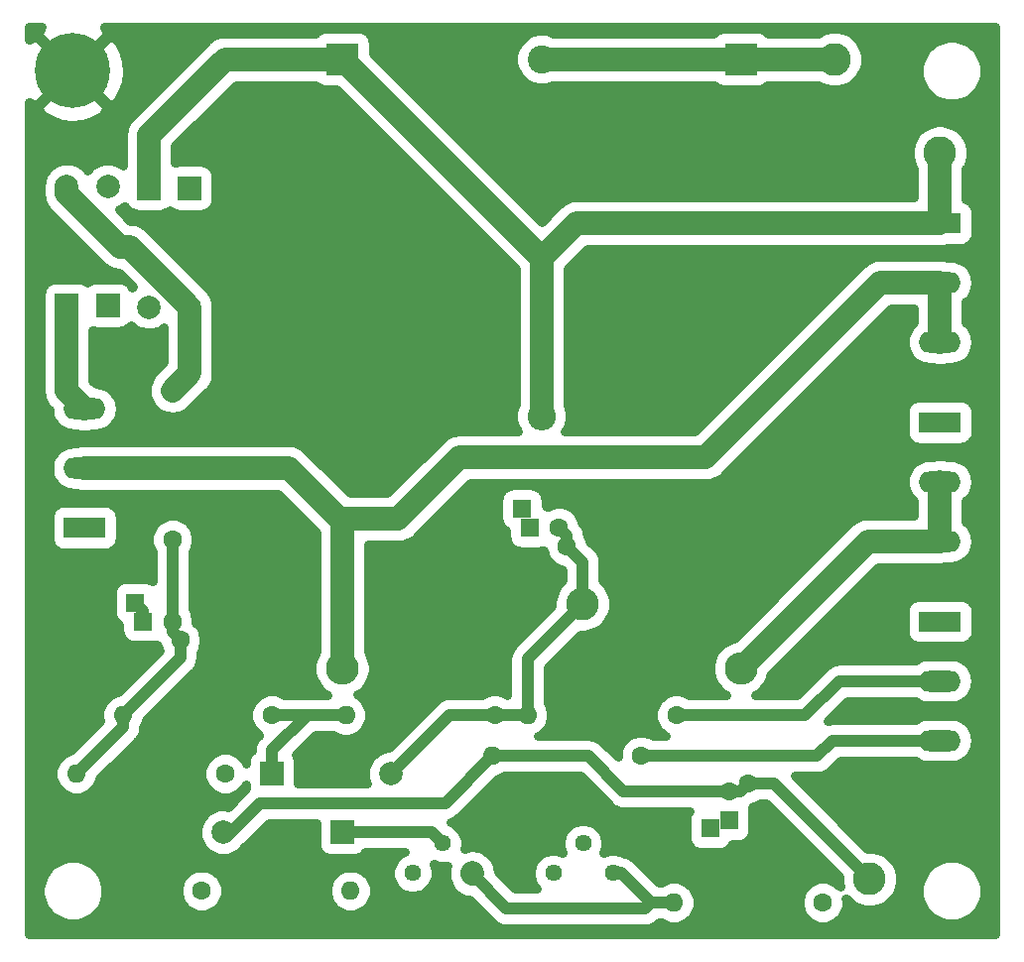
<source format=gbr>
%TF.GenerationSoftware,KiCad,Pcbnew,(5.1.5-0-10_14)*%
%TF.CreationDate,2020-09-13T21:19:58+01:00*%
%TF.ProjectId,PowerSupply,506f7765-7253-4757-9070-6c792e6b6963,rev?*%
%TF.SameCoordinates,Original*%
%TF.FileFunction,Copper,L2,Bot*%
%TF.FilePolarity,Positive*%
%FSLAX46Y46*%
G04 Gerber Fmt 4.6, Leading zero omitted, Abs format (unit mm)*
G04 Created by KiCad (PCBNEW (5.1.5-0-10_14)) date 2020-09-13 21:19:58*
%MOMM*%
%LPD*%
G04 APERTURE LIST*
%ADD10R,3.600000X1.800000*%
%ADD11O,3.600000X1.800000*%
%ADD12R,1.600000X1.600000*%
%ADD13C,1.600000*%
%ADD14O,1.600000X1.600000*%
%ADD15C,1.998980*%
%ADD16R,1.998980X1.998980*%
%ADD17C,1.440000*%
%ADD18C,6.400000*%
%ADD19R,2.800000X2.800000*%
%ADD20O,2.800000X2.800000*%
%ADD21C,2.800000*%
%ADD22C,2.400000*%
%ADD23O,2.400000X2.400000*%
%ADD24C,1.000000*%
%ADD25C,2.000000*%
%ADD26C,0.800000*%
G04 APERTURE END LIST*
D10*
X129000000Y-70000000D03*
D11*
X129000000Y-75080000D03*
X129000000Y-80160000D03*
D12*
X61000000Y-87000000D03*
D13*
X63500000Y-87000000D03*
D12*
X60329063Y-85400000D03*
D13*
X64170937Y-88600000D03*
X72000000Y-95000000D03*
D14*
X59300000Y-95000000D03*
D12*
X94000000Y-79000000D03*
D13*
X96500000Y-79000000D03*
D12*
X93329063Y-77400000D03*
D13*
X97170937Y-80600000D03*
D12*
X111000000Y-104000000D03*
D13*
X111000000Y-101500000D03*
D12*
X109400000Y-104670937D03*
D13*
X112600000Y-100829063D03*
D15*
X82160000Y-99997460D03*
D16*
X72000000Y-99997460D03*
D15*
X67840000Y-105002540D03*
D16*
X78000000Y-105002540D03*
D10*
X56000000Y-79000000D03*
D11*
X56000000Y-73920000D03*
X56000000Y-68840000D03*
D17*
X101080000Y-108500000D03*
X98540000Y-105960000D03*
X96000000Y-108500000D03*
X89080000Y-108500000D03*
X86540000Y-105960000D03*
X84000000Y-108500000D03*
D18*
X55000000Y-40000000D03*
D10*
X129000000Y-53000000D03*
D11*
X129000000Y-58080000D03*
X129000000Y-63160000D03*
D10*
X129000000Y-87000000D03*
D11*
X129000000Y-92080000D03*
X129000000Y-97160000D03*
D19*
X78000000Y-39000000D03*
D20*
X78000000Y-91000000D03*
D19*
X112000000Y-39000000D03*
D20*
X112000000Y-91000000D03*
D13*
X63500000Y-80000000D03*
D14*
X63500000Y-67300000D03*
D13*
X91000000Y-95000000D03*
D14*
X78300000Y-95000000D03*
D13*
X119000000Y-111000000D03*
D14*
X106300000Y-111000000D03*
D13*
X68000000Y-100000000D03*
D14*
X55300000Y-100000000D03*
D13*
X66000000Y-110000000D03*
D14*
X78700000Y-110000000D03*
D15*
X65002540Y-60160000D03*
D16*
X65002540Y-50000000D03*
D15*
X54497460Y-49840000D03*
D16*
X54497460Y-60000000D03*
D15*
X61502540Y-60160000D03*
D16*
X61502540Y-50000000D03*
D15*
X57997460Y-49840000D03*
D16*
X57997460Y-60000000D03*
D21*
X129000000Y-47000000D03*
X120000000Y-39000000D03*
X98500000Y-85500000D03*
X123000000Y-109000000D03*
D22*
X95000000Y-39000000D03*
D23*
X95000000Y-69480000D03*
D13*
X106500000Y-95000000D03*
D14*
X93800000Y-95000000D03*
D13*
X103500000Y-98500000D03*
D14*
X90800000Y-98500000D03*
D24*
X59300000Y-95000000D02*
X59300000Y-96000000D01*
X59300000Y-96000000D02*
X55300000Y-100000000D01*
X64170937Y-88600000D02*
X64170937Y-90129063D01*
X64170937Y-90129063D02*
X59300000Y-95000000D01*
X63500000Y-87000000D02*
X63500000Y-87929063D01*
X63500000Y-87929063D02*
X64170937Y-88600000D01*
X63500000Y-80000000D02*
X63500000Y-87000000D01*
X106500000Y-95000000D02*
X117500000Y-95000000D01*
X120420000Y-92080000D02*
X129000000Y-92080000D01*
X117500000Y-95000000D02*
X120420000Y-92080000D01*
X103500000Y-98500000D02*
X118500000Y-98500000D01*
X118500000Y-98500000D02*
X119840000Y-97160000D01*
X119840000Y-97160000D02*
X129000000Y-97160000D01*
D25*
X54497460Y-49840000D02*
X54497460Y-50497460D01*
X54497460Y-50497460D02*
X59000000Y-55000000D01*
X59000000Y-55000000D02*
X59842540Y-55000000D01*
X59842540Y-55000000D02*
X65002540Y-60160000D01*
X65002540Y-60160000D02*
X65002540Y-65797460D01*
X65002540Y-65797460D02*
X63500000Y-67300000D01*
D24*
X72000000Y-95000000D02*
X75000000Y-95000000D01*
X75000000Y-95000000D02*
X78300000Y-95000000D01*
X72000000Y-99997460D02*
X72000000Y-98000000D01*
X72000000Y-98000000D02*
X75000000Y-95000000D01*
X78000000Y-105002540D02*
X85582540Y-105002540D01*
X85582540Y-105002540D02*
X86540000Y-105960000D01*
X101080000Y-108500000D02*
X101800000Y-108500000D01*
X101800000Y-108500000D02*
X104300000Y-111000000D01*
X106300000Y-111000000D02*
X104300000Y-111000000D01*
X92000000Y-111500000D02*
X103800000Y-111500000D01*
X92000000Y-111500000D02*
X89080000Y-108580000D01*
X104300000Y-111000000D02*
X103800000Y-111500000D01*
D25*
X89080000Y-108500000D02*
X89080000Y-108580000D01*
X95000000Y-69480000D02*
X95000000Y-56000000D01*
X129000000Y-53000000D02*
X129000000Y-47000000D01*
X61502540Y-50000000D02*
X61502540Y-45497460D01*
X68000000Y-39000000D02*
X78000000Y-39000000D01*
X61502540Y-45497460D02*
X68000000Y-39000000D01*
X77997460Y-39002540D02*
X78000000Y-39000000D01*
X129000000Y-53000000D02*
X98000000Y-53000000D01*
X98000000Y-53000000D02*
X95000000Y-56000000D01*
X95000000Y-56000000D02*
X78000000Y-39000000D01*
X112000000Y-39000000D02*
X120000000Y-39000000D01*
X95000000Y-39000000D02*
X112000000Y-39000000D01*
X129000000Y-80160000D02*
X122840000Y-80160000D01*
X122840000Y-80160000D02*
X112000000Y-91000000D01*
X129000000Y-80160000D02*
X129000000Y-75080000D01*
D24*
X61000000Y-87000000D02*
X61000000Y-86070937D01*
X61000000Y-86070937D02*
X60329063Y-85400000D01*
D25*
X77750000Y-78250000D02*
X82750000Y-78250000D01*
X123920000Y-58080000D02*
X129000000Y-58080000D01*
X109000000Y-73000000D02*
X123920000Y-58080000D01*
X88000000Y-73000000D02*
X109000000Y-73000000D01*
X82750000Y-78250000D02*
X88000000Y-73000000D01*
X56000000Y-73920000D02*
X73420000Y-73920000D01*
X73420000Y-73920000D02*
X77750000Y-78250000D01*
X77750000Y-78250000D02*
X78000000Y-78500000D01*
X129000000Y-63160000D02*
X129000000Y-58080000D01*
X78000000Y-78500000D02*
X78000000Y-91000000D01*
X54497460Y-60000000D02*
X54497460Y-67337460D01*
X54497460Y-67337460D02*
X56000000Y-68840000D01*
D24*
X97170937Y-80600000D02*
X97170937Y-79670937D01*
X97170937Y-79670937D02*
X96500000Y-79000000D01*
X98500000Y-85500000D02*
X98500000Y-81929063D01*
X98500000Y-81929063D02*
X97170937Y-80600000D01*
X93800000Y-95000000D02*
X93800000Y-90200000D01*
X93800000Y-90200000D02*
X98500000Y-85500000D01*
X91000000Y-95000000D02*
X93800000Y-95000000D01*
X91000000Y-95000000D02*
X87157460Y-95000000D01*
X87157460Y-95000000D02*
X82160000Y-99997460D01*
X112600000Y-100829063D02*
X114829063Y-100829063D01*
X114829063Y-100829063D02*
X123000000Y-109000000D01*
X90800000Y-98500000D02*
X99000000Y-98500000D01*
X102000000Y-101500000D02*
X111000000Y-101500000D01*
X99000000Y-98500000D02*
X102000000Y-101500000D01*
X67840000Y-105002540D02*
X68497460Y-105002540D01*
X68497460Y-105002540D02*
X71000000Y-102500000D01*
X86800000Y-102500000D02*
X90800000Y-98500000D01*
X71000000Y-102500000D02*
X86800000Y-102500000D01*
X111000000Y-101500000D02*
X111929063Y-101500000D01*
X111929063Y-101500000D02*
X112600000Y-100829063D01*
D26*
G36*
X52050597Y-36909175D02*
G01*
X55000000Y-39858579D01*
X57949403Y-36909175D01*
X57667531Y-36275000D01*
X133725000Y-36275000D01*
X133725001Y-113725000D01*
X51275000Y-113725000D01*
X51275000Y-109724224D01*
X52200000Y-109724224D01*
X52200000Y-110275776D01*
X52307602Y-110816730D01*
X52518672Y-111326297D01*
X52825098Y-111784896D01*
X53215104Y-112174902D01*
X53673703Y-112481328D01*
X54183270Y-112692398D01*
X54724224Y-112800000D01*
X55275776Y-112800000D01*
X55816730Y-112692398D01*
X56326297Y-112481328D01*
X56784896Y-112174902D01*
X57174902Y-111784896D01*
X57481328Y-111326297D01*
X57692398Y-110816730D01*
X57800000Y-110275776D01*
X57800000Y-109803017D01*
X64000000Y-109803017D01*
X64000000Y-110196983D01*
X64076859Y-110583378D01*
X64227623Y-110947355D01*
X64446499Y-111274926D01*
X64725074Y-111553501D01*
X65052645Y-111772377D01*
X65416622Y-111923141D01*
X65803017Y-112000000D01*
X66196983Y-112000000D01*
X66583378Y-111923141D01*
X66947355Y-111772377D01*
X67274926Y-111553501D01*
X67553501Y-111274926D01*
X67772377Y-110947355D01*
X67923141Y-110583378D01*
X68000000Y-110196983D01*
X68000000Y-109803017D01*
X76700000Y-109803017D01*
X76700000Y-110196983D01*
X76776859Y-110583378D01*
X76927623Y-110947355D01*
X77146499Y-111274926D01*
X77425074Y-111553501D01*
X77752645Y-111772377D01*
X78116622Y-111923141D01*
X78503017Y-112000000D01*
X78896983Y-112000000D01*
X79283378Y-111923141D01*
X79647355Y-111772377D01*
X79974926Y-111553501D01*
X80253501Y-111274926D01*
X80472377Y-110947355D01*
X80623141Y-110583378D01*
X80700000Y-110196983D01*
X80700000Y-109803017D01*
X80623141Y-109416622D01*
X80472377Y-109052645D01*
X80253501Y-108725074D01*
X79974926Y-108446499D01*
X79647355Y-108227623D01*
X79283378Y-108076859D01*
X78896983Y-108000000D01*
X78503017Y-108000000D01*
X78116622Y-108076859D01*
X77752645Y-108227623D01*
X77425074Y-108446499D01*
X77146499Y-108725074D01*
X76927623Y-109052645D01*
X76776859Y-109416622D01*
X76700000Y-109803017D01*
X68000000Y-109803017D01*
X67923141Y-109416622D01*
X67772377Y-109052645D01*
X67553501Y-108725074D01*
X67274926Y-108446499D01*
X66947355Y-108227623D01*
X66583378Y-108076859D01*
X66196983Y-108000000D01*
X65803017Y-108000000D01*
X65416622Y-108076859D01*
X65052645Y-108227623D01*
X64725074Y-108446499D01*
X64446499Y-108725074D01*
X64227623Y-109052645D01*
X64076859Y-109416622D01*
X64000000Y-109803017D01*
X57800000Y-109803017D01*
X57800000Y-109724224D01*
X57692398Y-109183270D01*
X57481328Y-108673703D01*
X57174902Y-108215104D01*
X56784896Y-107825098D01*
X56326297Y-107518672D01*
X55816730Y-107307602D01*
X55275776Y-107200000D01*
X54724224Y-107200000D01*
X54183270Y-107307602D01*
X53673703Y-107518672D01*
X53215104Y-107825098D01*
X52825098Y-108215104D01*
X52518672Y-108673703D01*
X52307602Y-109183270D01*
X52200000Y-109724224D01*
X51275000Y-109724224D01*
X51275000Y-99803017D01*
X53300000Y-99803017D01*
X53300000Y-100196983D01*
X53376859Y-100583378D01*
X53527623Y-100947355D01*
X53746499Y-101274926D01*
X54025074Y-101553501D01*
X54352645Y-101772377D01*
X54716622Y-101923141D01*
X55103017Y-102000000D01*
X55496983Y-102000000D01*
X55883378Y-101923141D01*
X56247355Y-101772377D01*
X56574926Y-101553501D01*
X56853501Y-101274926D01*
X57072377Y-100947355D01*
X57223141Y-100583378D01*
X57248556Y-100455607D01*
X60443035Y-97261128D01*
X60507897Y-97207897D01*
X60613136Y-97079664D01*
X60720336Y-96949040D01*
X60720337Y-96949039D01*
X60878194Y-96653709D01*
X60975402Y-96333258D01*
X61000000Y-96083510D01*
X61000000Y-96083501D01*
X61003214Y-96050864D01*
X61072377Y-95947355D01*
X61223141Y-95583378D01*
X61248556Y-95455607D01*
X65313972Y-91390191D01*
X65378834Y-91336960D01*
X65445213Y-91256078D01*
X65591273Y-91078103D01*
X65633020Y-91000000D01*
X65749131Y-90782772D01*
X65846339Y-90462321D01*
X65870937Y-90212573D01*
X65870937Y-90212564D01*
X65879161Y-90129064D01*
X65870937Y-90045564D01*
X65870937Y-89655675D01*
X65943314Y-89547355D01*
X66094078Y-89183378D01*
X66170937Y-88796983D01*
X66170937Y-88403017D01*
X66094078Y-88016622D01*
X65943314Y-87652645D01*
X65724438Y-87325074D01*
X65500000Y-87100636D01*
X65500000Y-86803017D01*
X65423141Y-86416622D01*
X65272377Y-86052645D01*
X65200000Y-85944325D01*
X65200000Y-81055675D01*
X65272377Y-80947355D01*
X65423141Y-80583378D01*
X65500000Y-80196983D01*
X65500000Y-79803017D01*
X65423141Y-79416622D01*
X65272377Y-79052645D01*
X65053501Y-78725074D01*
X64774926Y-78446499D01*
X64447355Y-78227623D01*
X64083378Y-78076859D01*
X63696983Y-78000000D01*
X63303017Y-78000000D01*
X62916622Y-78076859D01*
X62552645Y-78227623D01*
X62225074Y-78446499D01*
X61946499Y-78725074D01*
X61727623Y-79052645D01*
X61576859Y-79416622D01*
X61500000Y-79803017D01*
X61500000Y-80196983D01*
X61576859Y-80583378D01*
X61727623Y-80947355D01*
X61800000Y-81055675D01*
X61800001Y-83598252D01*
X61798973Y-83597409D01*
X61590505Y-83485981D01*
X61364304Y-83417363D01*
X61129063Y-83394194D01*
X59529063Y-83394194D01*
X59293822Y-83417363D01*
X59067621Y-83485981D01*
X58859153Y-83597409D01*
X58676429Y-83747366D01*
X58526472Y-83930090D01*
X58415044Y-84138558D01*
X58346426Y-84364759D01*
X58323257Y-84600000D01*
X58323257Y-86200000D01*
X58346426Y-86435241D01*
X58415044Y-86661442D01*
X58526472Y-86869910D01*
X58676429Y-87052634D01*
X58859153Y-87202591D01*
X58994194Y-87274772D01*
X58994194Y-87800000D01*
X59017363Y-88035241D01*
X59085981Y-88261442D01*
X59197409Y-88469910D01*
X59347366Y-88652634D01*
X59530090Y-88802591D01*
X59738558Y-88914019D01*
X59964759Y-88982637D01*
X60200000Y-89005806D01*
X61800000Y-89005806D01*
X62035241Y-88982637D01*
X62139498Y-88951011D01*
X62221435Y-89050852D01*
X62247796Y-89183378D01*
X62383893Y-89511944D01*
X58844393Y-93051444D01*
X58716622Y-93076859D01*
X58352645Y-93227623D01*
X58025074Y-93446499D01*
X57746499Y-93725074D01*
X57527623Y-94052645D01*
X57376859Y-94416622D01*
X57300000Y-94803017D01*
X57300000Y-95196983D01*
X57366174Y-95529663D01*
X54844393Y-98051444D01*
X54716622Y-98076859D01*
X54352645Y-98227623D01*
X54025074Y-98446499D01*
X53746499Y-98725074D01*
X53527623Y-99052645D01*
X53376859Y-99416622D01*
X53300000Y-99803017D01*
X51275000Y-99803017D01*
X51275000Y-78100000D01*
X52994194Y-78100000D01*
X52994194Y-79900000D01*
X53017363Y-80135241D01*
X53085981Y-80361442D01*
X53197409Y-80569910D01*
X53347366Y-80752634D01*
X53530090Y-80902591D01*
X53738558Y-81014019D01*
X53964759Y-81082637D01*
X54200000Y-81105806D01*
X57800000Y-81105806D01*
X58035241Y-81082637D01*
X58261442Y-81014019D01*
X58469910Y-80902591D01*
X58652634Y-80752634D01*
X58802591Y-80569910D01*
X58914019Y-80361442D01*
X58982637Y-80135241D01*
X59005806Y-79900000D01*
X59005806Y-78100000D01*
X58982637Y-77864759D01*
X58914019Y-77638558D01*
X58802591Y-77430090D01*
X58652634Y-77247366D01*
X58469910Y-77097409D01*
X58261442Y-76985981D01*
X58035241Y-76917363D01*
X57800000Y-76894194D01*
X54200000Y-76894194D01*
X53964759Y-76917363D01*
X53738558Y-76985981D01*
X53530090Y-77097409D01*
X53347366Y-77247366D01*
X53197409Y-77430090D01*
X53085981Y-77638558D01*
X53017363Y-77864759D01*
X52994194Y-78100000D01*
X51275000Y-78100000D01*
X51275000Y-50497460D01*
X52286817Y-50497460D01*
X52297460Y-50605520D01*
X52297460Y-50605530D01*
X52329293Y-50928735D01*
X52455091Y-51343437D01*
X52659377Y-51725628D01*
X52934300Y-52060621D01*
X53018245Y-52129513D01*
X57367947Y-56479216D01*
X57436839Y-56563161D01*
X57771832Y-56838083D01*
X58154023Y-57042369D01*
X58568725Y-57168167D01*
X58891930Y-57200000D01*
X58891939Y-57200000D01*
X58935569Y-57204297D01*
X60149824Y-58418552D01*
X60100447Y-58451545D01*
X60076817Y-58475175D01*
X59999541Y-58330600D01*
X59849584Y-58147876D01*
X59666860Y-57997919D01*
X59458392Y-57886491D01*
X59232191Y-57817873D01*
X58996950Y-57794704D01*
X56997970Y-57794704D01*
X56762729Y-57817873D01*
X56536528Y-57886491D01*
X56328060Y-57997919D01*
X56247460Y-58064065D01*
X56166860Y-57997919D01*
X55958392Y-57886491D01*
X55732191Y-57817873D01*
X55496950Y-57794704D01*
X54551759Y-57794704D01*
X54497460Y-57789356D01*
X54443161Y-57794704D01*
X53497970Y-57794704D01*
X53262729Y-57817873D01*
X53036528Y-57886491D01*
X52828060Y-57997919D01*
X52645336Y-58147876D01*
X52495379Y-58330600D01*
X52383951Y-58539068D01*
X52315333Y-58765269D01*
X52292164Y-59000510D01*
X52292164Y-60999490D01*
X52297460Y-61053263D01*
X52297461Y-67229390D01*
X52286817Y-67337460D01*
X52329294Y-67768735D01*
X52455091Y-68183436D01*
X52659377Y-68565628D01*
X52719230Y-68638558D01*
X52934300Y-68900621D01*
X53001219Y-68955540D01*
X53030385Y-69251672D01*
X53150465Y-69647524D01*
X53345465Y-70012343D01*
X53607891Y-70332109D01*
X53927657Y-70594535D01*
X54292476Y-70789535D01*
X54688328Y-70909615D01*
X54996833Y-70940000D01*
X55344010Y-70940000D01*
X55568724Y-71008166D01*
X55999999Y-71050643D01*
X56431274Y-71008166D01*
X56655988Y-70940000D01*
X57003167Y-70940000D01*
X57311672Y-70909615D01*
X57707524Y-70789535D01*
X58072343Y-70594535D01*
X58392109Y-70332109D01*
X58654535Y-70012343D01*
X58849535Y-69647524D01*
X58969615Y-69251672D01*
X59010161Y-68840000D01*
X58969615Y-68428328D01*
X58849535Y-68032476D01*
X58654535Y-67667657D01*
X58392109Y-67347891D01*
X58072343Y-67085465D01*
X57707524Y-66890465D01*
X57311672Y-66770385D01*
X57012154Y-66740885D01*
X56697460Y-66426191D01*
X56697460Y-62162328D01*
X56762729Y-62182127D01*
X56997970Y-62205296D01*
X58996950Y-62205296D01*
X59232191Y-62182127D01*
X59458392Y-62113509D01*
X59666860Y-62002081D01*
X59849584Y-61852124D01*
X59955300Y-61723308D01*
X60100447Y-61868455D01*
X60460691Y-62109162D01*
X60860973Y-62274964D01*
X61285909Y-62359490D01*
X61719171Y-62359490D01*
X62144107Y-62274964D01*
X62544389Y-62109162D01*
X62802540Y-61936671D01*
X62802541Y-64886190D01*
X61867949Y-65820783D01*
X61661917Y-66071832D01*
X61457631Y-66454024D01*
X61331834Y-66868725D01*
X61289357Y-67300000D01*
X61331834Y-67731275D01*
X61457631Y-68145976D01*
X61661917Y-68528168D01*
X61936839Y-68863161D01*
X62271832Y-69138083D01*
X62654024Y-69342369D01*
X63068725Y-69468166D01*
X63500000Y-69510643D01*
X63931275Y-69468166D01*
X64345976Y-69342369D01*
X64728168Y-69138083D01*
X64979217Y-68932051D01*
X66481761Y-67429509D01*
X66565701Y-67360621D01*
X66840623Y-67025628D01*
X67044909Y-66643437D01*
X67170707Y-66228735D01*
X67202540Y-65905530D01*
X67202540Y-65905521D01*
X67213183Y-65797461D01*
X67202540Y-65689401D01*
X67202540Y-60268060D01*
X67213183Y-60160000D01*
X67202540Y-60051940D01*
X67202540Y-60051930D01*
X67202030Y-60046752D01*
X67202030Y-59943369D01*
X67181861Y-59841974D01*
X67170707Y-59728725D01*
X67137672Y-59619822D01*
X67117504Y-59518433D01*
X67077946Y-59422930D01*
X67044909Y-59314023D01*
X67011940Y-59252343D01*
X66991260Y-59213654D01*
X66951702Y-59118151D01*
X66894271Y-59032199D01*
X66840623Y-58931831D01*
X66768428Y-58843862D01*
X66710995Y-58757907D01*
X66637891Y-58684803D01*
X66634591Y-58680782D01*
X66565701Y-58596839D01*
X66481756Y-58527947D01*
X61474597Y-53520789D01*
X61405701Y-53436839D01*
X61070708Y-53161917D01*
X60688517Y-52957631D01*
X60273815Y-52831833D01*
X59950610Y-52800000D01*
X59950600Y-52800000D01*
X59906972Y-52795703D01*
X58941107Y-51829838D01*
X59039309Y-51789162D01*
X59399553Y-51548455D01*
X59423183Y-51524825D01*
X59500459Y-51669400D01*
X59650416Y-51852124D01*
X59833140Y-52002081D01*
X60041608Y-52113509D01*
X60267809Y-52182127D01*
X60503050Y-52205296D01*
X61448241Y-52205296D01*
X61502540Y-52210644D01*
X61556839Y-52205296D01*
X62502030Y-52205296D01*
X62737271Y-52182127D01*
X62963472Y-52113509D01*
X63171940Y-52002081D01*
X63252540Y-51935935D01*
X63333140Y-52002081D01*
X63541608Y-52113509D01*
X63767809Y-52182127D01*
X64003050Y-52205296D01*
X66002030Y-52205296D01*
X66237271Y-52182127D01*
X66463472Y-52113509D01*
X66671940Y-52002081D01*
X66854664Y-51852124D01*
X67004621Y-51669400D01*
X67116049Y-51460932D01*
X67184667Y-51234731D01*
X67207836Y-50999490D01*
X67207836Y-49000510D01*
X67184667Y-48765269D01*
X67116049Y-48539068D01*
X67004621Y-48330600D01*
X66854664Y-48147876D01*
X66671940Y-47997919D01*
X66463472Y-47886491D01*
X66237271Y-47817873D01*
X66002030Y-47794704D01*
X64003050Y-47794704D01*
X63767809Y-47817873D01*
X63702540Y-47837672D01*
X63702540Y-46408728D01*
X68911269Y-41200000D01*
X75704171Y-41200000D01*
X75747366Y-41252634D01*
X75930090Y-41402591D01*
X76138558Y-41514019D01*
X76364759Y-41582637D01*
X76600000Y-41605806D01*
X77494538Y-41605806D01*
X92800001Y-56911271D01*
X92800000Y-68519766D01*
X92692230Y-68779946D01*
X92600000Y-69243621D01*
X92600000Y-69716379D01*
X92692230Y-70180054D01*
X92873147Y-70616826D01*
X92995540Y-70800000D01*
X88108059Y-70800000D01*
X87999999Y-70789357D01*
X87891939Y-70800000D01*
X87891930Y-70800000D01*
X87568725Y-70831833D01*
X87154023Y-70957631D01*
X86771832Y-71161917D01*
X86771830Y-71161918D01*
X86771831Y-71161918D01*
X86520781Y-71367949D01*
X86520778Y-71367952D01*
X86436839Y-71436839D01*
X86367951Y-71520779D01*
X81838732Y-76050000D01*
X78661270Y-76050000D01*
X75052057Y-72440789D01*
X74983161Y-72356839D01*
X74648168Y-72081917D01*
X74265977Y-71877631D01*
X73851275Y-71751833D01*
X73528070Y-71720000D01*
X73528060Y-71720000D01*
X73420000Y-71709357D01*
X73311940Y-71720000D01*
X55891930Y-71720000D01*
X55568725Y-71751833D01*
X55344008Y-71820000D01*
X54996833Y-71820000D01*
X54688328Y-71850385D01*
X54292476Y-71970465D01*
X53927657Y-72165465D01*
X53607891Y-72427891D01*
X53345465Y-72747657D01*
X53150465Y-73112476D01*
X53030385Y-73508328D01*
X52989839Y-73920000D01*
X53030385Y-74331672D01*
X53150465Y-74727524D01*
X53345465Y-75092343D01*
X53607891Y-75412109D01*
X53927657Y-75674535D01*
X54292476Y-75869535D01*
X54688328Y-75989615D01*
X54996833Y-76020000D01*
X55344008Y-76020000D01*
X55568725Y-76088167D01*
X55891930Y-76120000D01*
X72508732Y-76120000D01*
X75800000Y-79411270D01*
X75800001Y-89612655D01*
X75695910Y-89768438D01*
X75499917Y-90241608D01*
X75400000Y-90743922D01*
X75400000Y-91256078D01*
X75499917Y-91758392D01*
X75695910Y-92231562D01*
X75980448Y-92657403D01*
X76342597Y-93019552D01*
X76762317Y-93300000D01*
X75083502Y-93300000D01*
X75000000Y-93291776D01*
X74916498Y-93300000D01*
X73055675Y-93300000D01*
X72947355Y-93227623D01*
X72583378Y-93076859D01*
X72196983Y-93000000D01*
X71803017Y-93000000D01*
X71416622Y-93076859D01*
X71052645Y-93227623D01*
X70725074Y-93446499D01*
X70446499Y-93725074D01*
X70227623Y-94052645D01*
X70076859Y-94416622D01*
X70000000Y-94803017D01*
X70000000Y-95196983D01*
X70076859Y-95583378D01*
X70227623Y-95947355D01*
X70446499Y-96274926D01*
X70725074Y-96553501D01*
X70915259Y-96680578D01*
X70856961Y-96738876D01*
X70792104Y-96792103D01*
X70738877Y-96856960D01*
X70738868Y-96856969D01*
X70579663Y-97050961D01*
X70421807Y-97346291D01*
X70324599Y-97666742D01*
X70291776Y-98000000D01*
X70294258Y-98025204D01*
X70147876Y-98145336D01*
X69997919Y-98328060D01*
X69886491Y-98536528D01*
X69817873Y-98762729D01*
X69794704Y-98997970D01*
X69794704Y-99106547D01*
X69772377Y-99052645D01*
X69553501Y-98725074D01*
X69274926Y-98446499D01*
X68947355Y-98227623D01*
X68583378Y-98076859D01*
X68196983Y-98000000D01*
X67803017Y-98000000D01*
X67416622Y-98076859D01*
X67052645Y-98227623D01*
X66725074Y-98446499D01*
X66446499Y-98725074D01*
X66227623Y-99052645D01*
X66076859Y-99416622D01*
X66000000Y-99803017D01*
X66000000Y-100196983D01*
X66076859Y-100583378D01*
X66227623Y-100947355D01*
X66446499Y-101274926D01*
X66725074Y-101553501D01*
X67052645Y-101772377D01*
X67416622Y-101923141D01*
X67803017Y-102000000D01*
X68196983Y-102000000D01*
X68583378Y-101923141D01*
X68947355Y-101772377D01*
X69274926Y-101553501D01*
X69553501Y-101274926D01*
X69772377Y-100947355D01*
X69794704Y-100893453D01*
X69794704Y-100996950D01*
X69817873Y-101232191D01*
X69827288Y-101263227D01*
X69792103Y-101292103D01*
X69738876Y-101356960D01*
X68253605Y-102842231D01*
X68056631Y-102803050D01*
X67623369Y-102803050D01*
X67198433Y-102887576D01*
X66798151Y-103053378D01*
X66437907Y-103294085D01*
X66131545Y-103600447D01*
X65890838Y-103960691D01*
X65725036Y-104360973D01*
X65640510Y-104785909D01*
X65640510Y-105219171D01*
X65725036Y-105644107D01*
X65890838Y-106044389D01*
X66131545Y-106404633D01*
X66437907Y-106710995D01*
X66798151Y-106951702D01*
X67198433Y-107117504D01*
X67623369Y-107202030D01*
X68056631Y-107202030D01*
X68481567Y-107117504D01*
X68881849Y-106951702D01*
X69242093Y-106710995D01*
X69548455Y-106404633D01*
X69645255Y-106259762D01*
X69705357Y-106210437D01*
X69758588Y-106145575D01*
X71704164Y-104200000D01*
X75794704Y-104200000D01*
X75794704Y-106002030D01*
X75817873Y-106237271D01*
X75886491Y-106463472D01*
X75997919Y-106671940D01*
X76147876Y-106854664D01*
X76330600Y-107004621D01*
X76539068Y-107116049D01*
X76765269Y-107184667D01*
X77000510Y-107207836D01*
X78999490Y-107207836D01*
X79234731Y-107184667D01*
X79460932Y-107116049D01*
X79669400Y-107004621D01*
X79852124Y-106854664D01*
X79976968Y-106702540D01*
X83322251Y-106702540D01*
X83090539Y-106798518D01*
X82776071Y-107008639D01*
X82508639Y-107276071D01*
X82298518Y-107590539D01*
X82153785Y-107939957D01*
X82080000Y-108310897D01*
X82080000Y-108689103D01*
X82153785Y-109060043D01*
X82298518Y-109409461D01*
X82508639Y-109723929D01*
X82776071Y-109991361D01*
X83090539Y-110201482D01*
X83439957Y-110346215D01*
X83810897Y-110420000D01*
X84189103Y-110420000D01*
X84560043Y-110346215D01*
X84909461Y-110201482D01*
X85223929Y-109991361D01*
X85491361Y-109723929D01*
X85701482Y-109409461D01*
X85846215Y-109060043D01*
X85920000Y-108689103D01*
X85920000Y-108310897D01*
X85846215Y-107939957D01*
X85751646Y-107711646D01*
X85979957Y-107806215D01*
X86350897Y-107880000D01*
X86729103Y-107880000D01*
X86984492Y-107829200D01*
X86911833Y-108068726D01*
X86880000Y-108391931D01*
X86880000Y-108688070D01*
X86911833Y-109011275D01*
X87037631Y-109425977D01*
X87241917Y-109808168D01*
X87516839Y-110143161D01*
X87851833Y-110418083D01*
X88234024Y-110622369D01*
X88648726Y-110748167D01*
X88865339Y-110769502D01*
X90738872Y-112643035D01*
X90792103Y-112707897D01*
X90856965Y-112761128D01*
X90856969Y-112761132D01*
X91050961Y-112920337D01*
X91346290Y-113078194D01*
X91666739Y-113175401D01*
X91666742Y-113175402D01*
X91916490Y-113200000D01*
X91916498Y-113200000D01*
X92000000Y-113208224D01*
X92083502Y-113200000D01*
X103716500Y-113200000D01*
X103800000Y-113208224D01*
X103883500Y-113200000D01*
X103883510Y-113200000D01*
X104133258Y-113175402D01*
X104453709Y-113078194D01*
X104749039Y-112920337D01*
X104895670Y-112800000D01*
X104943031Y-112761132D01*
X104943035Y-112761128D01*
X105007897Y-112707897D01*
X105014378Y-112700000D01*
X105244325Y-112700000D01*
X105352645Y-112772377D01*
X105716622Y-112923141D01*
X106103017Y-113000000D01*
X106496983Y-113000000D01*
X106883378Y-112923141D01*
X107247355Y-112772377D01*
X107574926Y-112553501D01*
X107853501Y-112274926D01*
X108072377Y-111947355D01*
X108223141Y-111583378D01*
X108300000Y-111196983D01*
X108300000Y-110803017D01*
X108223141Y-110416622D01*
X108072377Y-110052645D01*
X107853501Y-109725074D01*
X107574926Y-109446499D01*
X107247355Y-109227623D01*
X106883378Y-109076859D01*
X106496983Y-109000000D01*
X106103017Y-109000000D01*
X105716622Y-109076859D01*
X105352645Y-109227623D01*
X105244325Y-109300000D01*
X105004163Y-109300000D01*
X103061128Y-107356965D01*
X103007897Y-107292103D01*
X102943035Y-107238872D01*
X102943031Y-107238868D01*
X102749039Y-107079663D01*
X102453709Y-106921806D01*
X102133258Y-106824598D01*
X102010380Y-106812496D01*
X101989461Y-106798518D01*
X101640043Y-106653785D01*
X101269103Y-106580000D01*
X100890897Y-106580000D01*
X100519957Y-106653785D01*
X100291646Y-106748354D01*
X100386215Y-106520043D01*
X100460000Y-106149103D01*
X100460000Y-105770897D01*
X100386215Y-105399957D01*
X100241482Y-105050539D01*
X100031361Y-104736071D01*
X99763929Y-104468639D01*
X99449461Y-104258518D01*
X99100043Y-104113785D01*
X98729103Y-104040000D01*
X98350897Y-104040000D01*
X97979957Y-104113785D01*
X97630539Y-104258518D01*
X97316071Y-104468639D01*
X97048639Y-104736071D01*
X96838518Y-105050539D01*
X96693785Y-105399957D01*
X96620000Y-105770897D01*
X96620000Y-106149103D01*
X96693785Y-106520043D01*
X96788354Y-106748354D01*
X96560043Y-106653785D01*
X96189103Y-106580000D01*
X95810897Y-106580000D01*
X95439957Y-106653785D01*
X95090539Y-106798518D01*
X94776071Y-107008639D01*
X94508639Y-107276071D01*
X94298518Y-107590539D01*
X94153785Y-107939957D01*
X94080000Y-108310897D01*
X94080000Y-108689103D01*
X94153785Y-109060043D01*
X94298518Y-109409461D01*
X94508639Y-109723929D01*
X94584710Y-109800000D01*
X92704163Y-109800000D01*
X91278242Y-108374079D01*
X91248167Y-108068725D01*
X91122369Y-107654023D01*
X90918083Y-107271832D01*
X90643161Y-106936839D01*
X90308168Y-106661917D01*
X89925976Y-106457631D01*
X89511274Y-106331833D01*
X89080000Y-106289356D01*
X88648725Y-106331833D01*
X88409200Y-106404492D01*
X88460000Y-106149103D01*
X88460000Y-105770897D01*
X88386215Y-105399957D01*
X88241482Y-105050539D01*
X88031361Y-104736071D01*
X87763929Y-104468639D01*
X87449461Y-104258518D01*
X87199955Y-104155170D01*
X87453709Y-104078194D01*
X87749039Y-103920337D01*
X87823158Y-103859509D01*
X87943031Y-103761132D01*
X87943035Y-103761128D01*
X88007897Y-103707897D01*
X88061131Y-103643032D01*
X91255607Y-100448556D01*
X91383378Y-100423141D01*
X91747355Y-100272377D01*
X91855675Y-100200000D01*
X98295837Y-100200000D01*
X100738872Y-102643035D01*
X100792103Y-102707897D01*
X100856965Y-102761128D01*
X100856969Y-102761132D01*
X101050961Y-102920337D01*
X101346291Y-103078194D01*
X101666742Y-103175402D01*
X101916490Y-103200000D01*
X101916498Y-103200000D01*
X102000000Y-103208224D01*
X102083502Y-103200000D01*
X107598252Y-103200000D01*
X107597409Y-103201027D01*
X107485981Y-103409495D01*
X107417363Y-103635696D01*
X107394194Y-103870937D01*
X107394194Y-105470937D01*
X107417363Y-105706178D01*
X107485981Y-105932379D01*
X107597409Y-106140847D01*
X107747366Y-106323571D01*
X107930090Y-106473528D01*
X108138558Y-106584956D01*
X108364759Y-106653574D01*
X108600000Y-106676743D01*
X110200000Y-106676743D01*
X110435241Y-106653574D01*
X110661442Y-106584956D01*
X110869910Y-106473528D01*
X111052634Y-106323571D01*
X111202591Y-106140847D01*
X111274772Y-106005806D01*
X111800000Y-106005806D01*
X112035241Y-105982637D01*
X112261442Y-105914019D01*
X112469910Y-105802591D01*
X112652634Y-105652634D01*
X112802591Y-105469910D01*
X112914019Y-105261442D01*
X112982637Y-105035241D01*
X113005806Y-104800000D01*
X113005806Y-103200000D01*
X112982637Y-102964759D01*
X112951011Y-102860502D01*
X113050852Y-102778565D01*
X113183378Y-102752204D01*
X113547355Y-102601440D01*
X113655675Y-102529063D01*
X114124900Y-102529063D01*
X120400000Y-108804163D01*
X120400000Y-109256078D01*
X120478339Y-109649912D01*
X120274926Y-109446499D01*
X119947355Y-109227623D01*
X119583378Y-109076859D01*
X119196983Y-109000000D01*
X118803017Y-109000000D01*
X118416622Y-109076859D01*
X118052645Y-109227623D01*
X117725074Y-109446499D01*
X117446499Y-109725074D01*
X117227623Y-110052645D01*
X117076859Y-110416622D01*
X117000000Y-110803017D01*
X117000000Y-111196983D01*
X117076859Y-111583378D01*
X117227623Y-111947355D01*
X117446499Y-112274926D01*
X117725074Y-112553501D01*
X118052645Y-112772377D01*
X118416622Y-112923141D01*
X118803017Y-113000000D01*
X119196983Y-113000000D01*
X119583378Y-112923141D01*
X119947355Y-112772377D01*
X120274926Y-112553501D01*
X120553501Y-112274926D01*
X120772377Y-111947355D01*
X120923141Y-111583378D01*
X121000000Y-111196983D01*
X121000000Y-110803017D01*
X120967046Y-110637345D01*
X120980448Y-110657403D01*
X121342597Y-111019552D01*
X121768438Y-111304090D01*
X122241608Y-111500083D01*
X122743922Y-111600000D01*
X123256078Y-111600000D01*
X123758392Y-111500083D01*
X124231562Y-111304090D01*
X124657403Y-111019552D01*
X125019552Y-110657403D01*
X125304090Y-110231562D01*
X125500083Y-109758392D01*
X125506879Y-109724224D01*
X127200000Y-109724224D01*
X127200000Y-110275776D01*
X127307602Y-110816730D01*
X127518672Y-111326297D01*
X127825098Y-111784896D01*
X128215104Y-112174902D01*
X128673703Y-112481328D01*
X129183270Y-112692398D01*
X129724224Y-112800000D01*
X130275776Y-112800000D01*
X130816730Y-112692398D01*
X131326297Y-112481328D01*
X131784896Y-112174902D01*
X132174902Y-111784896D01*
X132481328Y-111326297D01*
X132692398Y-110816730D01*
X132800000Y-110275776D01*
X132800000Y-109724224D01*
X132692398Y-109183270D01*
X132481328Y-108673703D01*
X132174902Y-108215104D01*
X131784896Y-107825098D01*
X131326297Y-107518672D01*
X130816730Y-107307602D01*
X130275776Y-107200000D01*
X129724224Y-107200000D01*
X129183270Y-107307602D01*
X128673703Y-107518672D01*
X128215104Y-107825098D01*
X127825098Y-108215104D01*
X127518672Y-108673703D01*
X127307602Y-109183270D01*
X127200000Y-109724224D01*
X125506879Y-109724224D01*
X125600000Y-109256078D01*
X125600000Y-108743922D01*
X125500083Y-108241608D01*
X125304090Y-107768438D01*
X125019552Y-107342597D01*
X124657403Y-106980448D01*
X124231562Y-106695910D01*
X123758392Y-106499917D01*
X123256078Y-106400000D01*
X122804163Y-106400000D01*
X116604163Y-100200000D01*
X118416500Y-100200000D01*
X118500000Y-100208224D01*
X118583500Y-100200000D01*
X118583510Y-100200000D01*
X118833258Y-100175402D01*
X119153709Y-100078194D01*
X119449039Y-99920337D01*
X119643031Y-99761132D01*
X119643035Y-99761128D01*
X119707897Y-99707897D01*
X119761131Y-99643032D01*
X120544163Y-98860000D01*
X126861206Y-98860000D01*
X126927657Y-98914535D01*
X127292476Y-99109535D01*
X127688328Y-99229615D01*
X127996833Y-99260000D01*
X130003167Y-99260000D01*
X130311672Y-99229615D01*
X130707524Y-99109535D01*
X131072343Y-98914535D01*
X131392109Y-98652109D01*
X131654535Y-98332343D01*
X131849535Y-97967524D01*
X131969615Y-97571672D01*
X132010161Y-97160000D01*
X131969615Y-96748328D01*
X131849535Y-96352476D01*
X131654535Y-95987657D01*
X131392109Y-95667891D01*
X131072343Y-95405465D01*
X130707524Y-95210465D01*
X130311672Y-95090385D01*
X130003167Y-95060000D01*
X127996833Y-95060000D01*
X127688328Y-95090385D01*
X127292476Y-95210465D01*
X126927657Y-95405465D01*
X126861206Y-95460000D01*
X119923499Y-95460000D01*
X119839999Y-95451776D01*
X119756499Y-95460000D01*
X119756490Y-95460000D01*
X119506742Y-95484598D01*
X119381605Y-95522558D01*
X121124163Y-93780000D01*
X126861206Y-93780000D01*
X126927657Y-93834535D01*
X127292476Y-94029535D01*
X127688328Y-94149615D01*
X127996833Y-94180000D01*
X130003167Y-94180000D01*
X130311672Y-94149615D01*
X130707524Y-94029535D01*
X131072343Y-93834535D01*
X131392109Y-93572109D01*
X131654535Y-93252343D01*
X131849535Y-92887524D01*
X131969615Y-92491672D01*
X132010161Y-92080000D01*
X131969615Y-91668328D01*
X131849535Y-91272476D01*
X131654535Y-90907657D01*
X131392109Y-90587891D01*
X131072343Y-90325465D01*
X130707524Y-90130465D01*
X130311672Y-90010385D01*
X130003167Y-89980000D01*
X127996833Y-89980000D01*
X127688328Y-90010385D01*
X127292476Y-90130465D01*
X126927657Y-90325465D01*
X126861206Y-90380000D01*
X120503502Y-90380000D01*
X120420000Y-90371776D01*
X120336498Y-90380000D01*
X120336490Y-90380000D01*
X120086742Y-90404598D01*
X119766290Y-90501806D01*
X119470961Y-90659663D01*
X119276969Y-90818868D01*
X119276965Y-90818872D01*
X119212103Y-90872103D01*
X119158872Y-90936965D01*
X116795837Y-93300000D01*
X113237683Y-93300000D01*
X113657403Y-93019552D01*
X114019552Y-92657403D01*
X114304090Y-92231562D01*
X114500083Y-91758392D01*
X114536635Y-91574633D01*
X120011268Y-86100000D01*
X125994194Y-86100000D01*
X125994194Y-87900000D01*
X126017363Y-88135241D01*
X126085981Y-88361442D01*
X126197409Y-88569910D01*
X126347366Y-88752634D01*
X126530090Y-88902591D01*
X126738558Y-89014019D01*
X126964759Y-89082637D01*
X127200000Y-89105806D01*
X130800000Y-89105806D01*
X131035241Y-89082637D01*
X131261442Y-89014019D01*
X131469910Y-88902591D01*
X131652634Y-88752634D01*
X131802591Y-88569910D01*
X131914019Y-88361442D01*
X131982637Y-88135241D01*
X132005806Y-87900000D01*
X132005806Y-86100000D01*
X131982637Y-85864759D01*
X131914019Y-85638558D01*
X131802591Y-85430090D01*
X131652634Y-85247366D01*
X131469910Y-85097409D01*
X131261442Y-84985981D01*
X131035241Y-84917363D01*
X130800000Y-84894194D01*
X127200000Y-84894194D01*
X126964759Y-84917363D01*
X126738558Y-84985981D01*
X126530090Y-85097409D01*
X126347366Y-85247366D01*
X126197409Y-85430090D01*
X126085981Y-85638558D01*
X126017363Y-85864759D01*
X125994194Y-86100000D01*
X120011268Y-86100000D01*
X123751269Y-82360000D01*
X128891930Y-82360000D01*
X129000000Y-82370644D01*
X129108070Y-82360000D01*
X129431275Y-82328167D01*
X129655992Y-82260000D01*
X130003167Y-82260000D01*
X130311672Y-82229615D01*
X130707524Y-82109535D01*
X131072343Y-81914535D01*
X131392109Y-81652109D01*
X131654535Y-81332343D01*
X131849535Y-80967524D01*
X131969615Y-80571672D01*
X132010161Y-80160000D01*
X131969615Y-79748328D01*
X131849535Y-79352476D01*
X131654535Y-78987657D01*
X131392109Y-78667891D01*
X131200000Y-78510231D01*
X131200000Y-76729769D01*
X131392109Y-76572109D01*
X131654535Y-76252343D01*
X131849535Y-75887524D01*
X131969615Y-75491672D01*
X132010161Y-75080000D01*
X131969615Y-74668328D01*
X131849535Y-74272476D01*
X131654535Y-73907657D01*
X131392109Y-73587891D01*
X131072343Y-73325465D01*
X130707524Y-73130465D01*
X130311672Y-73010385D01*
X130003167Y-72980000D01*
X129655992Y-72980000D01*
X129431275Y-72911833D01*
X129000000Y-72869356D01*
X128568726Y-72911833D01*
X128344009Y-72980000D01*
X127996833Y-72980000D01*
X127688328Y-73010385D01*
X127292476Y-73130465D01*
X126927657Y-73325465D01*
X126607891Y-73587891D01*
X126345465Y-73907657D01*
X126150465Y-74272476D01*
X126030385Y-74668328D01*
X125989839Y-75080000D01*
X126030385Y-75491672D01*
X126150465Y-75887524D01*
X126345465Y-76252343D01*
X126607891Y-76572109D01*
X126800001Y-76729770D01*
X126800000Y-77960000D01*
X122948059Y-77960000D01*
X122839999Y-77949357D01*
X122731939Y-77960000D01*
X122731930Y-77960000D01*
X122408725Y-77991833D01*
X122052145Y-78100000D01*
X121994023Y-78117631D01*
X121611831Y-78321917D01*
X121439873Y-78463040D01*
X121276839Y-78596839D01*
X121207947Y-78680784D01*
X111425367Y-88463365D01*
X111241608Y-88499917D01*
X110768438Y-88695910D01*
X110342597Y-88980448D01*
X109980448Y-89342597D01*
X109695910Y-89768438D01*
X109499917Y-90241608D01*
X109400000Y-90743922D01*
X109400000Y-91256078D01*
X109499917Y-91758392D01*
X109695910Y-92231562D01*
X109980448Y-92657403D01*
X110342597Y-93019552D01*
X110762317Y-93300000D01*
X107555675Y-93300000D01*
X107447355Y-93227623D01*
X107083378Y-93076859D01*
X106696983Y-93000000D01*
X106303017Y-93000000D01*
X105916622Y-93076859D01*
X105552645Y-93227623D01*
X105225074Y-93446499D01*
X104946499Y-93725074D01*
X104727623Y-94052645D01*
X104576859Y-94416622D01*
X104500000Y-94803017D01*
X104500000Y-95196983D01*
X104576859Y-95583378D01*
X104727623Y-95947355D01*
X104946499Y-96274926D01*
X105225074Y-96553501D01*
X105552645Y-96772377D01*
X105619333Y-96800000D01*
X104555675Y-96800000D01*
X104447355Y-96727623D01*
X104083378Y-96576859D01*
X103696983Y-96500000D01*
X103303017Y-96500000D01*
X102916622Y-96576859D01*
X102552645Y-96727623D01*
X102225074Y-96946499D01*
X101946499Y-97225074D01*
X101727623Y-97552645D01*
X101576859Y-97916622D01*
X101500000Y-98303017D01*
X101500000Y-98595837D01*
X100261128Y-97356965D01*
X100207897Y-97292103D01*
X100143035Y-97238872D01*
X100143031Y-97238868D01*
X99949039Y-97079663D01*
X99895341Y-97050961D01*
X99653709Y-96921806D01*
X99333258Y-96824598D01*
X99083510Y-96800000D01*
X99083500Y-96800000D01*
X99000000Y-96791776D01*
X98916500Y-96800000D01*
X94680667Y-96800000D01*
X94747355Y-96772377D01*
X95074926Y-96553501D01*
X95353501Y-96274926D01*
X95572377Y-95947355D01*
X95723141Y-95583378D01*
X95800000Y-95196983D01*
X95800000Y-94803017D01*
X95723141Y-94416622D01*
X95572377Y-94052645D01*
X95500000Y-93944325D01*
X95500000Y-90904163D01*
X98304163Y-88100000D01*
X98756078Y-88100000D01*
X99258392Y-88000083D01*
X99731562Y-87804090D01*
X100157403Y-87519552D01*
X100519552Y-87157403D01*
X100804090Y-86731562D01*
X101000083Y-86258392D01*
X101100000Y-85756078D01*
X101100000Y-85243922D01*
X101000083Y-84741608D01*
X100804090Y-84268438D01*
X100519552Y-83842597D01*
X100200000Y-83523045D01*
X100200000Y-82012563D01*
X100208224Y-81929063D01*
X100200000Y-81845563D01*
X100200000Y-81845553D01*
X100175402Y-81595805D01*
X100078194Y-81275354D01*
X99938508Y-81014019D01*
X99920337Y-80980023D01*
X99761132Y-80786032D01*
X99761128Y-80786028D01*
X99707897Y-80721166D01*
X99643035Y-80667935D01*
X99119493Y-80144393D01*
X99094078Y-80016622D01*
X98943314Y-79652645D01*
X98865958Y-79536873D01*
X98846339Y-79337679D01*
X98749131Y-79017228D01*
X98591274Y-78721898D01*
X98449502Y-78549149D01*
X98423141Y-78416622D01*
X98272377Y-78052645D01*
X98053501Y-77725074D01*
X97774926Y-77446499D01*
X97447355Y-77227623D01*
X97083378Y-77076859D01*
X96696983Y-77000000D01*
X96303017Y-77000000D01*
X95916622Y-77076859D01*
X95552645Y-77227623D01*
X95527334Y-77244535D01*
X95469910Y-77197409D01*
X95334869Y-77125228D01*
X95334869Y-76600000D01*
X95311700Y-76364759D01*
X95243082Y-76138558D01*
X95131654Y-75930090D01*
X94981697Y-75747366D01*
X94798973Y-75597409D01*
X94590505Y-75485981D01*
X94364304Y-75417363D01*
X94129063Y-75394194D01*
X92529063Y-75394194D01*
X92293822Y-75417363D01*
X92067621Y-75485981D01*
X91859153Y-75597409D01*
X91676429Y-75747366D01*
X91526472Y-75930090D01*
X91415044Y-76138558D01*
X91346426Y-76364759D01*
X91323257Y-76600000D01*
X91323257Y-78200000D01*
X91346426Y-78435241D01*
X91415044Y-78661442D01*
X91526472Y-78869910D01*
X91676429Y-79052634D01*
X91859153Y-79202591D01*
X91994194Y-79274772D01*
X91994194Y-79800000D01*
X92017363Y-80035241D01*
X92085981Y-80261442D01*
X92197409Y-80469910D01*
X92347366Y-80652634D01*
X92530090Y-80802591D01*
X92738558Y-80914019D01*
X92964759Y-80982637D01*
X93200000Y-81005806D01*
X94800000Y-81005806D01*
X95035241Y-80982637D01*
X95198043Y-80933251D01*
X95247796Y-81183378D01*
X95398560Y-81547355D01*
X95617436Y-81874926D01*
X95896011Y-82153501D01*
X96223582Y-82372377D01*
X96587559Y-82523141D01*
X96715330Y-82548556D01*
X96800001Y-82633227D01*
X96800001Y-83523044D01*
X96480448Y-83842597D01*
X96195910Y-84268438D01*
X95999917Y-84741608D01*
X95900000Y-85243922D01*
X95900000Y-85695837D01*
X92656961Y-88938876D01*
X92592104Y-88992103D01*
X92538877Y-89056960D01*
X92538868Y-89056969D01*
X92379663Y-89250961D01*
X92221807Y-89546291D01*
X92124599Y-89866742D01*
X92091776Y-90200000D01*
X92100001Y-90283510D01*
X92100000Y-93300000D01*
X92055675Y-93300000D01*
X91947355Y-93227623D01*
X91583378Y-93076859D01*
X91196983Y-93000000D01*
X90803017Y-93000000D01*
X90416622Y-93076859D01*
X90052645Y-93227623D01*
X89944325Y-93300000D01*
X87240962Y-93300000D01*
X87157460Y-93291776D01*
X87073958Y-93300000D01*
X87073950Y-93300000D01*
X86824202Y-93324598D01*
X86503751Y-93421806D01*
X86457554Y-93446499D01*
X86208421Y-93579663D01*
X86014429Y-93738868D01*
X86014425Y-93738872D01*
X85949563Y-93792103D01*
X85896332Y-93856965D01*
X81955327Y-97797970D01*
X81943369Y-97797970D01*
X81518433Y-97882496D01*
X81118151Y-98048298D01*
X80757907Y-98289005D01*
X80451545Y-98595367D01*
X80210838Y-98955611D01*
X80045036Y-99355893D01*
X79960510Y-99780829D01*
X79960510Y-100214091D01*
X80045036Y-100639027D01*
X80111713Y-100800000D01*
X74205296Y-100800000D01*
X74205296Y-98997970D01*
X74182127Y-98762729D01*
X74113509Y-98536528D01*
X74027865Y-98376298D01*
X75704163Y-96700000D01*
X77244325Y-96700000D01*
X77352645Y-96772377D01*
X77716622Y-96923141D01*
X78103017Y-97000000D01*
X78496983Y-97000000D01*
X78883378Y-96923141D01*
X79247355Y-96772377D01*
X79574926Y-96553501D01*
X79853501Y-96274926D01*
X80072377Y-95947355D01*
X80223141Y-95583378D01*
X80300000Y-95196983D01*
X80300000Y-94803017D01*
X80223141Y-94416622D01*
X80072377Y-94052645D01*
X79853501Y-93725074D01*
X79574926Y-93446499D01*
X79296679Y-93260580D01*
X79657403Y-93019552D01*
X80019552Y-92657403D01*
X80304090Y-92231562D01*
X80500083Y-91758392D01*
X80600000Y-91256078D01*
X80600000Y-90743922D01*
X80500083Y-90241608D01*
X80304090Y-89768438D01*
X80200000Y-89612656D01*
X80200000Y-80450000D01*
X82641940Y-80450000D01*
X82750000Y-80460643D01*
X82858060Y-80450000D01*
X82858070Y-80450000D01*
X83181275Y-80418167D01*
X83595977Y-80292369D01*
X83978168Y-80088083D01*
X84313161Y-79813161D01*
X84382057Y-79729211D01*
X88911270Y-75200000D01*
X108891940Y-75200000D01*
X109000000Y-75210643D01*
X109108060Y-75200000D01*
X109108070Y-75200000D01*
X109431275Y-75168167D01*
X109845977Y-75042369D01*
X110228168Y-74838083D01*
X110563161Y-74563161D01*
X110632057Y-74479211D01*
X116011268Y-69100000D01*
X125994194Y-69100000D01*
X125994194Y-70900000D01*
X126017363Y-71135241D01*
X126085981Y-71361442D01*
X126197409Y-71569910D01*
X126347366Y-71752634D01*
X126530090Y-71902591D01*
X126738558Y-72014019D01*
X126964759Y-72082637D01*
X127200000Y-72105806D01*
X130800000Y-72105806D01*
X131035241Y-72082637D01*
X131261442Y-72014019D01*
X131469910Y-71902591D01*
X131652634Y-71752634D01*
X131802591Y-71569910D01*
X131914019Y-71361442D01*
X131982637Y-71135241D01*
X132005806Y-70900000D01*
X132005806Y-69100000D01*
X131982637Y-68864759D01*
X131914019Y-68638558D01*
X131802591Y-68430090D01*
X131652634Y-68247366D01*
X131469910Y-68097409D01*
X131261442Y-67985981D01*
X131035241Y-67917363D01*
X130800000Y-67894194D01*
X127200000Y-67894194D01*
X126964759Y-67917363D01*
X126738558Y-67985981D01*
X126530090Y-68097409D01*
X126347366Y-68247366D01*
X126197409Y-68430090D01*
X126085981Y-68638558D01*
X126017363Y-68864759D01*
X125994194Y-69100000D01*
X116011268Y-69100000D01*
X124831270Y-60280000D01*
X126800001Y-60280000D01*
X126800000Y-61510230D01*
X126607891Y-61667891D01*
X126345465Y-61987657D01*
X126150465Y-62352476D01*
X126030385Y-62748328D01*
X125989839Y-63160000D01*
X126030385Y-63571672D01*
X126150465Y-63967524D01*
X126345465Y-64332343D01*
X126607891Y-64652109D01*
X126927657Y-64914535D01*
X127292476Y-65109535D01*
X127688328Y-65229615D01*
X127996833Y-65260000D01*
X128344008Y-65260000D01*
X128568725Y-65328167D01*
X129000000Y-65370644D01*
X129431274Y-65328167D01*
X129655991Y-65260000D01*
X130003167Y-65260000D01*
X130311672Y-65229615D01*
X130707524Y-65109535D01*
X131072343Y-64914535D01*
X131392109Y-64652109D01*
X131654535Y-64332343D01*
X131849535Y-63967524D01*
X131969615Y-63571672D01*
X132010161Y-63160000D01*
X131969615Y-62748328D01*
X131849535Y-62352476D01*
X131654535Y-61987657D01*
X131392109Y-61667891D01*
X131200000Y-61510231D01*
X131200000Y-59729769D01*
X131392109Y-59572109D01*
X131654535Y-59252343D01*
X131849535Y-58887524D01*
X131969615Y-58491672D01*
X132010161Y-58080000D01*
X131969615Y-57668328D01*
X131849535Y-57272476D01*
X131654535Y-56907657D01*
X131392109Y-56587891D01*
X131072343Y-56325465D01*
X130707524Y-56130465D01*
X130311672Y-56010385D01*
X130003167Y-55980000D01*
X129655992Y-55980000D01*
X129431275Y-55911833D01*
X129108070Y-55880000D01*
X129000000Y-55869356D01*
X128891930Y-55880000D01*
X124028059Y-55880000D01*
X123919999Y-55869357D01*
X123811939Y-55880000D01*
X123811930Y-55880000D01*
X123488725Y-55911833D01*
X123074023Y-56037631D01*
X122691832Y-56241917D01*
X122691830Y-56241918D01*
X122691831Y-56241918D01*
X122440781Y-56447949D01*
X122440778Y-56447952D01*
X122356839Y-56516839D01*
X122287952Y-56600778D01*
X108088732Y-70800000D01*
X97004460Y-70800000D01*
X97126853Y-70616826D01*
X97307770Y-70180054D01*
X97400000Y-69716379D01*
X97400000Y-69243621D01*
X97307770Y-68779946D01*
X97200000Y-68519766D01*
X97200000Y-56911268D01*
X98911270Y-55200000D01*
X128891930Y-55200000D01*
X129000000Y-55210644D01*
X129108070Y-55200000D01*
X129431275Y-55168167D01*
X129636852Y-55105806D01*
X130800000Y-55105806D01*
X131035241Y-55082637D01*
X131261442Y-55014019D01*
X131469910Y-54902591D01*
X131652634Y-54752634D01*
X131802591Y-54569910D01*
X131914019Y-54361442D01*
X131982637Y-54135241D01*
X132005806Y-53900000D01*
X132005806Y-52100000D01*
X131982637Y-51864759D01*
X131914019Y-51638558D01*
X131802591Y-51430090D01*
X131652634Y-51247366D01*
X131469910Y-51097409D01*
X131261442Y-50985981D01*
X131200000Y-50967343D01*
X131200000Y-48387344D01*
X131304090Y-48231562D01*
X131500083Y-47758392D01*
X131600000Y-47256078D01*
X131600000Y-46743922D01*
X131500083Y-46241608D01*
X131304090Y-45768438D01*
X131019552Y-45342597D01*
X130657403Y-44980448D01*
X130231562Y-44695910D01*
X129758392Y-44499917D01*
X129256078Y-44400000D01*
X128743922Y-44400000D01*
X128241608Y-44499917D01*
X127768438Y-44695910D01*
X127342597Y-44980448D01*
X126980448Y-45342597D01*
X126695910Y-45768438D01*
X126499917Y-46241608D01*
X126400000Y-46743922D01*
X126400000Y-47256078D01*
X126499917Y-47758392D01*
X126695910Y-48231562D01*
X126800001Y-48387345D01*
X126800000Y-50800000D01*
X98108062Y-50800000D01*
X98000000Y-50789357D01*
X97891938Y-50800000D01*
X97891930Y-50800000D01*
X97568725Y-50831833D01*
X97154023Y-50957631D01*
X96771832Y-51161917D01*
X96520782Y-51367948D01*
X96520778Y-51367952D01*
X96436839Y-51436839D01*
X96367951Y-51520779D01*
X95000000Y-52888731D01*
X80874890Y-38763621D01*
X92600000Y-38763621D01*
X92600000Y-39236379D01*
X92692230Y-39700054D01*
X92873147Y-40136826D01*
X93135798Y-40529911D01*
X93470089Y-40864202D01*
X93863174Y-41126853D01*
X94299946Y-41307770D01*
X94763621Y-41400000D01*
X95236379Y-41400000D01*
X95700054Y-41307770D01*
X95960234Y-41200000D01*
X109704171Y-41200000D01*
X109747366Y-41252634D01*
X109930090Y-41402591D01*
X110138558Y-41514019D01*
X110364759Y-41582637D01*
X110600000Y-41605806D01*
X113400000Y-41605806D01*
X113635241Y-41582637D01*
X113861442Y-41514019D01*
X114069910Y-41402591D01*
X114252634Y-41252634D01*
X114295829Y-41200000D01*
X118612656Y-41200000D01*
X118768438Y-41304090D01*
X119241608Y-41500083D01*
X119743922Y-41600000D01*
X120256078Y-41600000D01*
X120758392Y-41500083D01*
X121231562Y-41304090D01*
X121657403Y-41019552D01*
X122019552Y-40657403D01*
X122304090Y-40231562D01*
X122500083Y-39758392D01*
X122506879Y-39724224D01*
X127200000Y-39724224D01*
X127200000Y-40275776D01*
X127307602Y-40816730D01*
X127518672Y-41326297D01*
X127825098Y-41784896D01*
X128215104Y-42174902D01*
X128673703Y-42481328D01*
X129183270Y-42692398D01*
X129724224Y-42800000D01*
X130275776Y-42800000D01*
X130816730Y-42692398D01*
X131326297Y-42481328D01*
X131784896Y-42174902D01*
X132174902Y-41784896D01*
X132481328Y-41326297D01*
X132692398Y-40816730D01*
X132800000Y-40275776D01*
X132800000Y-39724224D01*
X132692398Y-39183270D01*
X132481328Y-38673703D01*
X132174902Y-38215104D01*
X131784896Y-37825098D01*
X131326297Y-37518672D01*
X130816730Y-37307602D01*
X130275776Y-37200000D01*
X129724224Y-37200000D01*
X129183270Y-37307602D01*
X128673703Y-37518672D01*
X128215104Y-37825098D01*
X127825098Y-38215104D01*
X127518672Y-38673703D01*
X127307602Y-39183270D01*
X127200000Y-39724224D01*
X122506879Y-39724224D01*
X122600000Y-39256078D01*
X122600000Y-38743922D01*
X122500083Y-38241608D01*
X122304090Y-37768438D01*
X122019552Y-37342597D01*
X121657403Y-36980448D01*
X121231562Y-36695910D01*
X120758392Y-36499917D01*
X120256078Y-36400000D01*
X119743922Y-36400000D01*
X119241608Y-36499917D01*
X118768438Y-36695910D01*
X118612656Y-36800000D01*
X114295829Y-36800000D01*
X114252634Y-36747366D01*
X114069910Y-36597409D01*
X113861442Y-36485981D01*
X113635241Y-36417363D01*
X113400000Y-36394194D01*
X110600000Y-36394194D01*
X110364759Y-36417363D01*
X110138558Y-36485981D01*
X109930090Y-36597409D01*
X109747366Y-36747366D01*
X109704171Y-36800000D01*
X95960234Y-36800000D01*
X95700054Y-36692230D01*
X95236379Y-36600000D01*
X94763621Y-36600000D01*
X94299946Y-36692230D01*
X93863174Y-36873147D01*
X93470089Y-37135798D01*
X93135798Y-37470089D01*
X92873147Y-37863174D01*
X92692230Y-38299946D01*
X92600000Y-38763621D01*
X80874890Y-38763621D01*
X80605806Y-38494538D01*
X80605806Y-37600000D01*
X80582637Y-37364759D01*
X80514019Y-37138558D01*
X80402591Y-36930090D01*
X80252634Y-36747366D01*
X80069910Y-36597409D01*
X79861442Y-36485981D01*
X79635241Y-36417363D01*
X79400000Y-36394194D01*
X76600000Y-36394194D01*
X76364759Y-36417363D01*
X76138558Y-36485981D01*
X75930090Y-36597409D01*
X75747366Y-36747366D01*
X75704171Y-36800000D01*
X68108059Y-36800000D01*
X67999999Y-36789357D01*
X67891939Y-36800000D01*
X67891930Y-36800000D01*
X67568725Y-36831833D01*
X67244814Y-36930090D01*
X67154023Y-36957631D01*
X66771831Y-37161917D01*
X66594315Y-37307602D01*
X66436839Y-37436839D01*
X66367947Y-37520784D01*
X60023325Y-43865407D01*
X59939380Y-43934299D01*
X59870489Y-44018243D01*
X59664457Y-44269292D01*
X59460171Y-44651484D01*
X59334374Y-45066185D01*
X59291897Y-45497460D01*
X59302541Y-45605530D01*
X59302540Y-48066723D01*
X59039309Y-47890838D01*
X58639027Y-47725036D01*
X58214091Y-47640510D01*
X57780829Y-47640510D01*
X57355893Y-47725036D01*
X56955611Y-47890838D01*
X56595367Y-48131545D01*
X56289005Y-48437907D01*
X56247460Y-48500084D01*
X56205915Y-48437907D01*
X56132813Y-48364805D01*
X56060621Y-48276839D01*
X55972655Y-48204647D01*
X55899553Y-48131545D01*
X55813595Y-48074110D01*
X55725628Y-48001917D01*
X55625265Y-47948272D01*
X55539309Y-47890838D01*
X55443802Y-47851278D01*
X55343436Y-47797631D01*
X55234532Y-47764596D01*
X55139027Y-47725036D01*
X55037635Y-47704868D01*
X54928734Y-47671833D01*
X54815486Y-47660679D01*
X54714091Y-47640510D01*
X54610708Y-47640510D01*
X54497460Y-47629356D01*
X54384212Y-47640510D01*
X54280829Y-47640510D01*
X54179434Y-47660679D01*
X54066185Y-47671833D01*
X53957282Y-47704868D01*
X53855893Y-47725036D01*
X53760390Y-47764594D01*
X53651483Y-47797631D01*
X53551115Y-47851279D01*
X53455611Y-47890838D01*
X53369656Y-47948271D01*
X53269292Y-48001917D01*
X53181325Y-48074110D01*
X53095367Y-48131545D01*
X53022265Y-48204647D01*
X52934299Y-48276839D01*
X52862107Y-48364805D01*
X52789005Y-48437907D01*
X52731570Y-48523865D01*
X52659377Y-48611832D01*
X52605732Y-48712195D01*
X52548298Y-48798151D01*
X52508738Y-48893658D01*
X52455091Y-48994024D01*
X52422056Y-49102928D01*
X52382496Y-49198433D01*
X52362328Y-49299825D01*
X52329293Y-49408726D01*
X52318139Y-49521973D01*
X52297970Y-49623369D01*
X52297970Y-49726753D01*
X52297460Y-49731931D01*
X52297460Y-50389400D01*
X52286817Y-50497460D01*
X51275000Y-50497460D01*
X51275000Y-43090825D01*
X52050597Y-43090825D01*
X52364643Y-43797388D01*
X53156115Y-44238554D01*
X54018446Y-44516836D01*
X54918497Y-44621538D01*
X55821681Y-44548637D01*
X56693287Y-44300935D01*
X57499822Y-43887949D01*
X57635357Y-43797388D01*
X57949403Y-43090825D01*
X55000000Y-40141421D01*
X52050597Y-43090825D01*
X51275000Y-43090825D01*
X51275000Y-42667531D01*
X51909175Y-42949403D01*
X54858579Y-40000000D01*
X55141421Y-40000000D01*
X58090825Y-42949403D01*
X58797388Y-42635357D01*
X59238554Y-41843885D01*
X59516836Y-40981554D01*
X59621538Y-40081503D01*
X59548637Y-39178319D01*
X59300935Y-38306713D01*
X58887949Y-37500178D01*
X58797388Y-37364643D01*
X58090825Y-37050597D01*
X55141421Y-40000000D01*
X54858579Y-40000000D01*
X51909175Y-37050597D01*
X51275000Y-37332469D01*
X51275000Y-36275000D01*
X52332469Y-36275000D01*
X52050597Y-36909175D01*
G37*
X52050597Y-36909175D02*
X55000000Y-39858579D01*
X57949403Y-36909175D01*
X57667531Y-36275000D01*
X133725000Y-36275000D01*
X133725001Y-113725000D01*
X51275000Y-113725000D01*
X51275000Y-109724224D01*
X52200000Y-109724224D01*
X52200000Y-110275776D01*
X52307602Y-110816730D01*
X52518672Y-111326297D01*
X52825098Y-111784896D01*
X53215104Y-112174902D01*
X53673703Y-112481328D01*
X54183270Y-112692398D01*
X54724224Y-112800000D01*
X55275776Y-112800000D01*
X55816730Y-112692398D01*
X56326297Y-112481328D01*
X56784896Y-112174902D01*
X57174902Y-111784896D01*
X57481328Y-111326297D01*
X57692398Y-110816730D01*
X57800000Y-110275776D01*
X57800000Y-109803017D01*
X64000000Y-109803017D01*
X64000000Y-110196983D01*
X64076859Y-110583378D01*
X64227623Y-110947355D01*
X64446499Y-111274926D01*
X64725074Y-111553501D01*
X65052645Y-111772377D01*
X65416622Y-111923141D01*
X65803017Y-112000000D01*
X66196983Y-112000000D01*
X66583378Y-111923141D01*
X66947355Y-111772377D01*
X67274926Y-111553501D01*
X67553501Y-111274926D01*
X67772377Y-110947355D01*
X67923141Y-110583378D01*
X68000000Y-110196983D01*
X68000000Y-109803017D01*
X76700000Y-109803017D01*
X76700000Y-110196983D01*
X76776859Y-110583378D01*
X76927623Y-110947355D01*
X77146499Y-111274926D01*
X77425074Y-111553501D01*
X77752645Y-111772377D01*
X78116622Y-111923141D01*
X78503017Y-112000000D01*
X78896983Y-112000000D01*
X79283378Y-111923141D01*
X79647355Y-111772377D01*
X79974926Y-111553501D01*
X80253501Y-111274926D01*
X80472377Y-110947355D01*
X80623141Y-110583378D01*
X80700000Y-110196983D01*
X80700000Y-109803017D01*
X80623141Y-109416622D01*
X80472377Y-109052645D01*
X80253501Y-108725074D01*
X79974926Y-108446499D01*
X79647355Y-108227623D01*
X79283378Y-108076859D01*
X78896983Y-108000000D01*
X78503017Y-108000000D01*
X78116622Y-108076859D01*
X77752645Y-108227623D01*
X77425074Y-108446499D01*
X77146499Y-108725074D01*
X76927623Y-109052645D01*
X76776859Y-109416622D01*
X76700000Y-109803017D01*
X68000000Y-109803017D01*
X67923141Y-109416622D01*
X67772377Y-109052645D01*
X67553501Y-108725074D01*
X67274926Y-108446499D01*
X66947355Y-108227623D01*
X66583378Y-108076859D01*
X66196983Y-108000000D01*
X65803017Y-108000000D01*
X65416622Y-108076859D01*
X65052645Y-108227623D01*
X64725074Y-108446499D01*
X64446499Y-108725074D01*
X64227623Y-109052645D01*
X64076859Y-109416622D01*
X64000000Y-109803017D01*
X57800000Y-109803017D01*
X57800000Y-109724224D01*
X57692398Y-109183270D01*
X57481328Y-108673703D01*
X57174902Y-108215104D01*
X56784896Y-107825098D01*
X56326297Y-107518672D01*
X55816730Y-107307602D01*
X55275776Y-107200000D01*
X54724224Y-107200000D01*
X54183270Y-107307602D01*
X53673703Y-107518672D01*
X53215104Y-107825098D01*
X52825098Y-108215104D01*
X52518672Y-108673703D01*
X52307602Y-109183270D01*
X52200000Y-109724224D01*
X51275000Y-109724224D01*
X51275000Y-99803017D01*
X53300000Y-99803017D01*
X53300000Y-100196983D01*
X53376859Y-100583378D01*
X53527623Y-100947355D01*
X53746499Y-101274926D01*
X54025074Y-101553501D01*
X54352645Y-101772377D01*
X54716622Y-101923141D01*
X55103017Y-102000000D01*
X55496983Y-102000000D01*
X55883378Y-101923141D01*
X56247355Y-101772377D01*
X56574926Y-101553501D01*
X56853501Y-101274926D01*
X57072377Y-100947355D01*
X57223141Y-100583378D01*
X57248556Y-100455607D01*
X60443035Y-97261128D01*
X60507897Y-97207897D01*
X60613136Y-97079664D01*
X60720336Y-96949040D01*
X60720337Y-96949039D01*
X60878194Y-96653709D01*
X60975402Y-96333258D01*
X61000000Y-96083510D01*
X61000000Y-96083501D01*
X61003214Y-96050864D01*
X61072377Y-95947355D01*
X61223141Y-95583378D01*
X61248556Y-95455607D01*
X65313972Y-91390191D01*
X65378834Y-91336960D01*
X65445213Y-91256078D01*
X65591273Y-91078103D01*
X65633020Y-91000000D01*
X65749131Y-90782772D01*
X65846339Y-90462321D01*
X65870937Y-90212573D01*
X65870937Y-90212564D01*
X65879161Y-90129064D01*
X65870937Y-90045564D01*
X65870937Y-89655675D01*
X65943314Y-89547355D01*
X66094078Y-89183378D01*
X66170937Y-88796983D01*
X66170937Y-88403017D01*
X66094078Y-88016622D01*
X65943314Y-87652645D01*
X65724438Y-87325074D01*
X65500000Y-87100636D01*
X65500000Y-86803017D01*
X65423141Y-86416622D01*
X65272377Y-86052645D01*
X65200000Y-85944325D01*
X65200000Y-81055675D01*
X65272377Y-80947355D01*
X65423141Y-80583378D01*
X65500000Y-80196983D01*
X65500000Y-79803017D01*
X65423141Y-79416622D01*
X65272377Y-79052645D01*
X65053501Y-78725074D01*
X64774926Y-78446499D01*
X64447355Y-78227623D01*
X64083378Y-78076859D01*
X63696983Y-78000000D01*
X63303017Y-78000000D01*
X62916622Y-78076859D01*
X62552645Y-78227623D01*
X62225074Y-78446499D01*
X61946499Y-78725074D01*
X61727623Y-79052645D01*
X61576859Y-79416622D01*
X61500000Y-79803017D01*
X61500000Y-80196983D01*
X61576859Y-80583378D01*
X61727623Y-80947355D01*
X61800000Y-81055675D01*
X61800001Y-83598252D01*
X61798973Y-83597409D01*
X61590505Y-83485981D01*
X61364304Y-83417363D01*
X61129063Y-83394194D01*
X59529063Y-83394194D01*
X59293822Y-83417363D01*
X59067621Y-83485981D01*
X58859153Y-83597409D01*
X58676429Y-83747366D01*
X58526472Y-83930090D01*
X58415044Y-84138558D01*
X58346426Y-84364759D01*
X58323257Y-84600000D01*
X58323257Y-86200000D01*
X58346426Y-86435241D01*
X58415044Y-86661442D01*
X58526472Y-86869910D01*
X58676429Y-87052634D01*
X58859153Y-87202591D01*
X58994194Y-87274772D01*
X58994194Y-87800000D01*
X59017363Y-88035241D01*
X59085981Y-88261442D01*
X59197409Y-88469910D01*
X59347366Y-88652634D01*
X59530090Y-88802591D01*
X59738558Y-88914019D01*
X59964759Y-88982637D01*
X60200000Y-89005806D01*
X61800000Y-89005806D01*
X62035241Y-88982637D01*
X62139498Y-88951011D01*
X62221435Y-89050852D01*
X62247796Y-89183378D01*
X62383893Y-89511944D01*
X58844393Y-93051444D01*
X58716622Y-93076859D01*
X58352645Y-93227623D01*
X58025074Y-93446499D01*
X57746499Y-93725074D01*
X57527623Y-94052645D01*
X57376859Y-94416622D01*
X57300000Y-94803017D01*
X57300000Y-95196983D01*
X57366174Y-95529663D01*
X54844393Y-98051444D01*
X54716622Y-98076859D01*
X54352645Y-98227623D01*
X54025074Y-98446499D01*
X53746499Y-98725074D01*
X53527623Y-99052645D01*
X53376859Y-99416622D01*
X53300000Y-99803017D01*
X51275000Y-99803017D01*
X51275000Y-78100000D01*
X52994194Y-78100000D01*
X52994194Y-79900000D01*
X53017363Y-80135241D01*
X53085981Y-80361442D01*
X53197409Y-80569910D01*
X53347366Y-80752634D01*
X53530090Y-80902591D01*
X53738558Y-81014019D01*
X53964759Y-81082637D01*
X54200000Y-81105806D01*
X57800000Y-81105806D01*
X58035241Y-81082637D01*
X58261442Y-81014019D01*
X58469910Y-80902591D01*
X58652634Y-80752634D01*
X58802591Y-80569910D01*
X58914019Y-80361442D01*
X58982637Y-80135241D01*
X59005806Y-79900000D01*
X59005806Y-78100000D01*
X58982637Y-77864759D01*
X58914019Y-77638558D01*
X58802591Y-77430090D01*
X58652634Y-77247366D01*
X58469910Y-77097409D01*
X58261442Y-76985981D01*
X58035241Y-76917363D01*
X57800000Y-76894194D01*
X54200000Y-76894194D01*
X53964759Y-76917363D01*
X53738558Y-76985981D01*
X53530090Y-77097409D01*
X53347366Y-77247366D01*
X53197409Y-77430090D01*
X53085981Y-77638558D01*
X53017363Y-77864759D01*
X52994194Y-78100000D01*
X51275000Y-78100000D01*
X51275000Y-50497460D01*
X52286817Y-50497460D01*
X52297460Y-50605520D01*
X52297460Y-50605530D01*
X52329293Y-50928735D01*
X52455091Y-51343437D01*
X52659377Y-51725628D01*
X52934300Y-52060621D01*
X53018245Y-52129513D01*
X57367947Y-56479216D01*
X57436839Y-56563161D01*
X57771832Y-56838083D01*
X58154023Y-57042369D01*
X58568725Y-57168167D01*
X58891930Y-57200000D01*
X58891939Y-57200000D01*
X58935569Y-57204297D01*
X60149824Y-58418552D01*
X60100447Y-58451545D01*
X60076817Y-58475175D01*
X59999541Y-58330600D01*
X59849584Y-58147876D01*
X59666860Y-57997919D01*
X59458392Y-57886491D01*
X59232191Y-57817873D01*
X58996950Y-57794704D01*
X56997970Y-57794704D01*
X56762729Y-57817873D01*
X56536528Y-57886491D01*
X56328060Y-57997919D01*
X56247460Y-58064065D01*
X56166860Y-57997919D01*
X55958392Y-57886491D01*
X55732191Y-57817873D01*
X55496950Y-57794704D01*
X54551759Y-57794704D01*
X54497460Y-57789356D01*
X54443161Y-57794704D01*
X53497970Y-57794704D01*
X53262729Y-57817873D01*
X53036528Y-57886491D01*
X52828060Y-57997919D01*
X52645336Y-58147876D01*
X52495379Y-58330600D01*
X52383951Y-58539068D01*
X52315333Y-58765269D01*
X52292164Y-59000510D01*
X52292164Y-60999490D01*
X52297460Y-61053263D01*
X52297461Y-67229390D01*
X52286817Y-67337460D01*
X52329294Y-67768735D01*
X52455091Y-68183436D01*
X52659377Y-68565628D01*
X52719230Y-68638558D01*
X52934300Y-68900621D01*
X53001219Y-68955540D01*
X53030385Y-69251672D01*
X53150465Y-69647524D01*
X53345465Y-70012343D01*
X53607891Y-70332109D01*
X53927657Y-70594535D01*
X54292476Y-70789535D01*
X54688328Y-70909615D01*
X54996833Y-70940000D01*
X55344010Y-70940000D01*
X55568724Y-71008166D01*
X55999999Y-71050643D01*
X56431274Y-71008166D01*
X56655988Y-70940000D01*
X57003167Y-70940000D01*
X57311672Y-70909615D01*
X57707524Y-70789535D01*
X58072343Y-70594535D01*
X58392109Y-70332109D01*
X58654535Y-70012343D01*
X58849535Y-69647524D01*
X58969615Y-69251672D01*
X59010161Y-68840000D01*
X58969615Y-68428328D01*
X58849535Y-68032476D01*
X58654535Y-67667657D01*
X58392109Y-67347891D01*
X58072343Y-67085465D01*
X57707524Y-66890465D01*
X57311672Y-66770385D01*
X57012154Y-66740885D01*
X56697460Y-66426191D01*
X56697460Y-62162328D01*
X56762729Y-62182127D01*
X56997970Y-62205296D01*
X58996950Y-62205296D01*
X59232191Y-62182127D01*
X59458392Y-62113509D01*
X59666860Y-62002081D01*
X59849584Y-61852124D01*
X59955300Y-61723308D01*
X60100447Y-61868455D01*
X60460691Y-62109162D01*
X60860973Y-62274964D01*
X61285909Y-62359490D01*
X61719171Y-62359490D01*
X62144107Y-62274964D01*
X62544389Y-62109162D01*
X62802540Y-61936671D01*
X62802541Y-64886190D01*
X61867949Y-65820783D01*
X61661917Y-66071832D01*
X61457631Y-66454024D01*
X61331834Y-66868725D01*
X61289357Y-67300000D01*
X61331834Y-67731275D01*
X61457631Y-68145976D01*
X61661917Y-68528168D01*
X61936839Y-68863161D01*
X62271832Y-69138083D01*
X62654024Y-69342369D01*
X63068725Y-69468166D01*
X63500000Y-69510643D01*
X63931275Y-69468166D01*
X64345976Y-69342369D01*
X64728168Y-69138083D01*
X64979217Y-68932051D01*
X66481761Y-67429509D01*
X66565701Y-67360621D01*
X66840623Y-67025628D01*
X67044909Y-66643437D01*
X67170707Y-66228735D01*
X67202540Y-65905530D01*
X67202540Y-65905521D01*
X67213183Y-65797461D01*
X67202540Y-65689401D01*
X67202540Y-60268060D01*
X67213183Y-60160000D01*
X67202540Y-60051940D01*
X67202540Y-60051930D01*
X67202030Y-60046752D01*
X67202030Y-59943369D01*
X67181861Y-59841974D01*
X67170707Y-59728725D01*
X67137672Y-59619822D01*
X67117504Y-59518433D01*
X67077946Y-59422930D01*
X67044909Y-59314023D01*
X67011940Y-59252343D01*
X66991260Y-59213654D01*
X66951702Y-59118151D01*
X66894271Y-59032199D01*
X66840623Y-58931831D01*
X66768428Y-58843862D01*
X66710995Y-58757907D01*
X66637891Y-58684803D01*
X66634591Y-58680782D01*
X66565701Y-58596839D01*
X66481756Y-58527947D01*
X61474597Y-53520789D01*
X61405701Y-53436839D01*
X61070708Y-53161917D01*
X60688517Y-52957631D01*
X60273815Y-52831833D01*
X59950610Y-52800000D01*
X59950600Y-52800000D01*
X59906972Y-52795703D01*
X58941107Y-51829838D01*
X59039309Y-51789162D01*
X59399553Y-51548455D01*
X59423183Y-51524825D01*
X59500459Y-51669400D01*
X59650416Y-51852124D01*
X59833140Y-52002081D01*
X60041608Y-52113509D01*
X60267809Y-52182127D01*
X60503050Y-52205296D01*
X61448241Y-52205296D01*
X61502540Y-52210644D01*
X61556839Y-52205296D01*
X62502030Y-52205296D01*
X62737271Y-52182127D01*
X62963472Y-52113509D01*
X63171940Y-52002081D01*
X63252540Y-51935935D01*
X63333140Y-52002081D01*
X63541608Y-52113509D01*
X63767809Y-52182127D01*
X64003050Y-52205296D01*
X66002030Y-52205296D01*
X66237271Y-52182127D01*
X66463472Y-52113509D01*
X66671940Y-52002081D01*
X66854664Y-51852124D01*
X67004621Y-51669400D01*
X67116049Y-51460932D01*
X67184667Y-51234731D01*
X67207836Y-50999490D01*
X67207836Y-49000510D01*
X67184667Y-48765269D01*
X67116049Y-48539068D01*
X67004621Y-48330600D01*
X66854664Y-48147876D01*
X66671940Y-47997919D01*
X66463472Y-47886491D01*
X66237271Y-47817873D01*
X66002030Y-47794704D01*
X64003050Y-47794704D01*
X63767809Y-47817873D01*
X63702540Y-47837672D01*
X63702540Y-46408728D01*
X68911269Y-41200000D01*
X75704171Y-41200000D01*
X75747366Y-41252634D01*
X75930090Y-41402591D01*
X76138558Y-41514019D01*
X76364759Y-41582637D01*
X76600000Y-41605806D01*
X77494538Y-41605806D01*
X92800001Y-56911271D01*
X92800000Y-68519766D01*
X92692230Y-68779946D01*
X92600000Y-69243621D01*
X92600000Y-69716379D01*
X92692230Y-70180054D01*
X92873147Y-70616826D01*
X92995540Y-70800000D01*
X88108059Y-70800000D01*
X87999999Y-70789357D01*
X87891939Y-70800000D01*
X87891930Y-70800000D01*
X87568725Y-70831833D01*
X87154023Y-70957631D01*
X86771832Y-71161917D01*
X86771830Y-71161918D01*
X86771831Y-71161918D01*
X86520781Y-71367949D01*
X86520778Y-71367952D01*
X86436839Y-71436839D01*
X86367951Y-71520779D01*
X81838732Y-76050000D01*
X78661270Y-76050000D01*
X75052057Y-72440789D01*
X74983161Y-72356839D01*
X74648168Y-72081917D01*
X74265977Y-71877631D01*
X73851275Y-71751833D01*
X73528070Y-71720000D01*
X73528060Y-71720000D01*
X73420000Y-71709357D01*
X73311940Y-71720000D01*
X55891930Y-71720000D01*
X55568725Y-71751833D01*
X55344008Y-71820000D01*
X54996833Y-71820000D01*
X54688328Y-71850385D01*
X54292476Y-71970465D01*
X53927657Y-72165465D01*
X53607891Y-72427891D01*
X53345465Y-72747657D01*
X53150465Y-73112476D01*
X53030385Y-73508328D01*
X52989839Y-73920000D01*
X53030385Y-74331672D01*
X53150465Y-74727524D01*
X53345465Y-75092343D01*
X53607891Y-75412109D01*
X53927657Y-75674535D01*
X54292476Y-75869535D01*
X54688328Y-75989615D01*
X54996833Y-76020000D01*
X55344008Y-76020000D01*
X55568725Y-76088167D01*
X55891930Y-76120000D01*
X72508732Y-76120000D01*
X75800000Y-79411270D01*
X75800001Y-89612655D01*
X75695910Y-89768438D01*
X75499917Y-90241608D01*
X75400000Y-90743922D01*
X75400000Y-91256078D01*
X75499917Y-91758392D01*
X75695910Y-92231562D01*
X75980448Y-92657403D01*
X76342597Y-93019552D01*
X76762317Y-93300000D01*
X75083502Y-93300000D01*
X75000000Y-93291776D01*
X74916498Y-93300000D01*
X73055675Y-93300000D01*
X72947355Y-93227623D01*
X72583378Y-93076859D01*
X72196983Y-93000000D01*
X71803017Y-93000000D01*
X71416622Y-93076859D01*
X71052645Y-93227623D01*
X70725074Y-93446499D01*
X70446499Y-93725074D01*
X70227623Y-94052645D01*
X70076859Y-94416622D01*
X70000000Y-94803017D01*
X70000000Y-95196983D01*
X70076859Y-95583378D01*
X70227623Y-95947355D01*
X70446499Y-96274926D01*
X70725074Y-96553501D01*
X70915259Y-96680578D01*
X70856961Y-96738876D01*
X70792104Y-96792103D01*
X70738877Y-96856960D01*
X70738868Y-96856969D01*
X70579663Y-97050961D01*
X70421807Y-97346291D01*
X70324599Y-97666742D01*
X70291776Y-98000000D01*
X70294258Y-98025204D01*
X70147876Y-98145336D01*
X69997919Y-98328060D01*
X69886491Y-98536528D01*
X69817873Y-98762729D01*
X69794704Y-98997970D01*
X69794704Y-99106547D01*
X69772377Y-99052645D01*
X69553501Y-98725074D01*
X69274926Y-98446499D01*
X68947355Y-98227623D01*
X68583378Y-98076859D01*
X68196983Y-98000000D01*
X67803017Y-98000000D01*
X67416622Y-98076859D01*
X67052645Y-98227623D01*
X66725074Y-98446499D01*
X66446499Y-98725074D01*
X66227623Y-99052645D01*
X66076859Y-99416622D01*
X66000000Y-99803017D01*
X66000000Y-100196983D01*
X66076859Y-100583378D01*
X66227623Y-100947355D01*
X66446499Y-101274926D01*
X66725074Y-101553501D01*
X67052645Y-101772377D01*
X67416622Y-101923141D01*
X67803017Y-102000000D01*
X68196983Y-102000000D01*
X68583378Y-101923141D01*
X68947355Y-101772377D01*
X69274926Y-101553501D01*
X69553501Y-101274926D01*
X69772377Y-100947355D01*
X69794704Y-100893453D01*
X69794704Y-100996950D01*
X69817873Y-101232191D01*
X69827288Y-101263227D01*
X69792103Y-101292103D01*
X69738876Y-101356960D01*
X68253605Y-102842231D01*
X68056631Y-102803050D01*
X67623369Y-102803050D01*
X67198433Y-102887576D01*
X66798151Y-103053378D01*
X66437907Y-103294085D01*
X66131545Y-103600447D01*
X65890838Y-103960691D01*
X65725036Y-104360973D01*
X65640510Y-104785909D01*
X65640510Y-105219171D01*
X65725036Y-105644107D01*
X65890838Y-106044389D01*
X66131545Y-106404633D01*
X66437907Y-106710995D01*
X66798151Y-106951702D01*
X67198433Y-107117504D01*
X67623369Y-107202030D01*
X68056631Y-107202030D01*
X68481567Y-107117504D01*
X68881849Y-106951702D01*
X69242093Y-106710995D01*
X69548455Y-106404633D01*
X69645255Y-106259762D01*
X69705357Y-106210437D01*
X69758588Y-106145575D01*
X71704164Y-104200000D01*
X75794704Y-104200000D01*
X75794704Y-106002030D01*
X75817873Y-106237271D01*
X75886491Y-106463472D01*
X75997919Y-106671940D01*
X76147876Y-106854664D01*
X76330600Y-107004621D01*
X76539068Y-107116049D01*
X76765269Y-107184667D01*
X77000510Y-107207836D01*
X78999490Y-107207836D01*
X79234731Y-107184667D01*
X79460932Y-107116049D01*
X79669400Y-107004621D01*
X79852124Y-106854664D01*
X79976968Y-106702540D01*
X83322251Y-106702540D01*
X83090539Y-106798518D01*
X82776071Y-107008639D01*
X82508639Y-107276071D01*
X82298518Y-107590539D01*
X82153785Y-107939957D01*
X82080000Y-108310897D01*
X82080000Y-108689103D01*
X82153785Y-109060043D01*
X82298518Y-109409461D01*
X82508639Y-109723929D01*
X82776071Y-109991361D01*
X83090539Y-110201482D01*
X83439957Y-110346215D01*
X83810897Y-110420000D01*
X84189103Y-110420000D01*
X84560043Y-110346215D01*
X84909461Y-110201482D01*
X85223929Y-109991361D01*
X85491361Y-109723929D01*
X85701482Y-109409461D01*
X85846215Y-109060043D01*
X85920000Y-108689103D01*
X85920000Y-108310897D01*
X85846215Y-107939957D01*
X85751646Y-107711646D01*
X85979957Y-107806215D01*
X86350897Y-107880000D01*
X86729103Y-107880000D01*
X86984492Y-107829200D01*
X86911833Y-108068726D01*
X86880000Y-108391931D01*
X86880000Y-108688070D01*
X86911833Y-109011275D01*
X87037631Y-109425977D01*
X87241917Y-109808168D01*
X87516839Y-110143161D01*
X87851833Y-110418083D01*
X88234024Y-110622369D01*
X88648726Y-110748167D01*
X88865339Y-110769502D01*
X90738872Y-112643035D01*
X90792103Y-112707897D01*
X90856965Y-112761128D01*
X90856969Y-112761132D01*
X91050961Y-112920337D01*
X91346290Y-113078194D01*
X91666739Y-113175401D01*
X91666742Y-113175402D01*
X91916490Y-113200000D01*
X91916498Y-113200000D01*
X92000000Y-113208224D01*
X92083502Y-113200000D01*
X103716500Y-113200000D01*
X103800000Y-113208224D01*
X103883500Y-113200000D01*
X103883510Y-113200000D01*
X104133258Y-113175402D01*
X104453709Y-113078194D01*
X104749039Y-112920337D01*
X104895670Y-112800000D01*
X104943031Y-112761132D01*
X104943035Y-112761128D01*
X105007897Y-112707897D01*
X105014378Y-112700000D01*
X105244325Y-112700000D01*
X105352645Y-112772377D01*
X105716622Y-112923141D01*
X106103017Y-113000000D01*
X106496983Y-113000000D01*
X106883378Y-112923141D01*
X107247355Y-112772377D01*
X107574926Y-112553501D01*
X107853501Y-112274926D01*
X108072377Y-111947355D01*
X108223141Y-111583378D01*
X108300000Y-111196983D01*
X108300000Y-110803017D01*
X108223141Y-110416622D01*
X108072377Y-110052645D01*
X107853501Y-109725074D01*
X107574926Y-109446499D01*
X107247355Y-109227623D01*
X106883378Y-109076859D01*
X106496983Y-109000000D01*
X106103017Y-109000000D01*
X105716622Y-109076859D01*
X105352645Y-109227623D01*
X105244325Y-109300000D01*
X105004163Y-109300000D01*
X103061128Y-107356965D01*
X103007897Y-107292103D01*
X102943035Y-107238872D01*
X102943031Y-107238868D01*
X102749039Y-107079663D01*
X102453709Y-106921806D01*
X102133258Y-106824598D01*
X102010380Y-106812496D01*
X101989461Y-106798518D01*
X101640043Y-106653785D01*
X101269103Y-106580000D01*
X100890897Y-106580000D01*
X100519957Y-106653785D01*
X100291646Y-106748354D01*
X100386215Y-106520043D01*
X100460000Y-106149103D01*
X100460000Y-105770897D01*
X100386215Y-105399957D01*
X100241482Y-105050539D01*
X100031361Y-104736071D01*
X99763929Y-104468639D01*
X99449461Y-104258518D01*
X99100043Y-104113785D01*
X98729103Y-104040000D01*
X98350897Y-104040000D01*
X97979957Y-104113785D01*
X97630539Y-104258518D01*
X97316071Y-104468639D01*
X97048639Y-104736071D01*
X96838518Y-105050539D01*
X96693785Y-105399957D01*
X96620000Y-105770897D01*
X96620000Y-106149103D01*
X96693785Y-106520043D01*
X96788354Y-106748354D01*
X96560043Y-106653785D01*
X96189103Y-106580000D01*
X95810897Y-106580000D01*
X95439957Y-106653785D01*
X95090539Y-106798518D01*
X94776071Y-107008639D01*
X94508639Y-107276071D01*
X94298518Y-107590539D01*
X94153785Y-107939957D01*
X94080000Y-108310897D01*
X94080000Y-108689103D01*
X94153785Y-109060043D01*
X94298518Y-109409461D01*
X94508639Y-109723929D01*
X94584710Y-109800000D01*
X92704163Y-109800000D01*
X91278242Y-108374079D01*
X91248167Y-108068725D01*
X91122369Y-107654023D01*
X90918083Y-107271832D01*
X90643161Y-106936839D01*
X90308168Y-106661917D01*
X89925976Y-106457631D01*
X89511274Y-106331833D01*
X89080000Y-106289356D01*
X88648725Y-106331833D01*
X88409200Y-106404492D01*
X88460000Y-106149103D01*
X88460000Y-105770897D01*
X88386215Y-105399957D01*
X88241482Y-105050539D01*
X88031361Y-104736071D01*
X87763929Y-104468639D01*
X87449461Y-104258518D01*
X87199955Y-104155170D01*
X87453709Y-104078194D01*
X87749039Y-103920337D01*
X87823158Y-103859509D01*
X87943031Y-103761132D01*
X87943035Y-103761128D01*
X88007897Y-103707897D01*
X88061131Y-103643032D01*
X91255607Y-100448556D01*
X91383378Y-100423141D01*
X91747355Y-100272377D01*
X91855675Y-100200000D01*
X98295837Y-100200000D01*
X100738872Y-102643035D01*
X100792103Y-102707897D01*
X100856965Y-102761128D01*
X100856969Y-102761132D01*
X101050961Y-102920337D01*
X101346291Y-103078194D01*
X101666742Y-103175402D01*
X101916490Y-103200000D01*
X101916498Y-103200000D01*
X102000000Y-103208224D01*
X102083502Y-103200000D01*
X107598252Y-103200000D01*
X107597409Y-103201027D01*
X107485981Y-103409495D01*
X107417363Y-103635696D01*
X107394194Y-103870937D01*
X107394194Y-105470937D01*
X107417363Y-105706178D01*
X107485981Y-105932379D01*
X107597409Y-106140847D01*
X107747366Y-106323571D01*
X107930090Y-106473528D01*
X108138558Y-106584956D01*
X108364759Y-106653574D01*
X108600000Y-106676743D01*
X110200000Y-106676743D01*
X110435241Y-106653574D01*
X110661442Y-106584956D01*
X110869910Y-106473528D01*
X111052634Y-106323571D01*
X111202591Y-106140847D01*
X111274772Y-106005806D01*
X111800000Y-106005806D01*
X112035241Y-105982637D01*
X112261442Y-105914019D01*
X112469910Y-105802591D01*
X112652634Y-105652634D01*
X112802591Y-105469910D01*
X112914019Y-105261442D01*
X112982637Y-105035241D01*
X113005806Y-104800000D01*
X113005806Y-103200000D01*
X112982637Y-102964759D01*
X112951011Y-102860502D01*
X113050852Y-102778565D01*
X113183378Y-102752204D01*
X113547355Y-102601440D01*
X113655675Y-102529063D01*
X114124900Y-102529063D01*
X120400000Y-108804163D01*
X120400000Y-109256078D01*
X120478339Y-109649912D01*
X120274926Y-109446499D01*
X119947355Y-109227623D01*
X119583378Y-109076859D01*
X119196983Y-109000000D01*
X118803017Y-109000000D01*
X118416622Y-109076859D01*
X118052645Y-109227623D01*
X117725074Y-109446499D01*
X117446499Y-109725074D01*
X117227623Y-110052645D01*
X117076859Y-110416622D01*
X117000000Y-110803017D01*
X117000000Y-111196983D01*
X117076859Y-111583378D01*
X117227623Y-111947355D01*
X117446499Y-112274926D01*
X117725074Y-112553501D01*
X118052645Y-112772377D01*
X118416622Y-112923141D01*
X118803017Y-113000000D01*
X119196983Y-113000000D01*
X119583378Y-112923141D01*
X119947355Y-112772377D01*
X120274926Y-112553501D01*
X120553501Y-112274926D01*
X120772377Y-111947355D01*
X120923141Y-111583378D01*
X121000000Y-111196983D01*
X121000000Y-110803017D01*
X120967046Y-110637345D01*
X120980448Y-110657403D01*
X121342597Y-111019552D01*
X121768438Y-111304090D01*
X122241608Y-111500083D01*
X122743922Y-111600000D01*
X123256078Y-111600000D01*
X123758392Y-111500083D01*
X124231562Y-111304090D01*
X124657403Y-111019552D01*
X125019552Y-110657403D01*
X125304090Y-110231562D01*
X125500083Y-109758392D01*
X125506879Y-109724224D01*
X127200000Y-109724224D01*
X127200000Y-110275776D01*
X127307602Y-110816730D01*
X127518672Y-111326297D01*
X127825098Y-111784896D01*
X128215104Y-112174902D01*
X128673703Y-112481328D01*
X129183270Y-112692398D01*
X129724224Y-112800000D01*
X130275776Y-112800000D01*
X130816730Y-112692398D01*
X131326297Y-112481328D01*
X131784896Y-112174902D01*
X132174902Y-111784896D01*
X132481328Y-111326297D01*
X132692398Y-110816730D01*
X132800000Y-110275776D01*
X132800000Y-109724224D01*
X132692398Y-109183270D01*
X132481328Y-108673703D01*
X132174902Y-108215104D01*
X131784896Y-107825098D01*
X131326297Y-107518672D01*
X130816730Y-107307602D01*
X130275776Y-107200000D01*
X129724224Y-107200000D01*
X129183270Y-107307602D01*
X128673703Y-107518672D01*
X128215104Y-107825098D01*
X127825098Y-108215104D01*
X127518672Y-108673703D01*
X127307602Y-109183270D01*
X127200000Y-109724224D01*
X125506879Y-109724224D01*
X125600000Y-109256078D01*
X125600000Y-108743922D01*
X125500083Y-108241608D01*
X125304090Y-107768438D01*
X125019552Y-107342597D01*
X124657403Y-106980448D01*
X124231562Y-106695910D01*
X123758392Y-106499917D01*
X123256078Y-106400000D01*
X122804163Y-106400000D01*
X116604163Y-100200000D01*
X118416500Y-100200000D01*
X118500000Y-100208224D01*
X118583500Y-100200000D01*
X118583510Y-100200000D01*
X118833258Y-100175402D01*
X119153709Y-100078194D01*
X119449039Y-99920337D01*
X119643031Y-99761132D01*
X119643035Y-99761128D01*
X119707897Y-99707897D01*
X119761131Y-99643032D01*
X120544163Y-98860000D01*
X126861206Y-98860000D01*
X126927657Y-98914535D01*
X127292476Y-99109535D01*
X127688328Y-99229615D01*
X127996833Y-99260000D01*
X130003167Y-99260000D01*
X130311672Y-99229615D01*
X130707524Y-99109535D01*
X131072343Y-98914535D01*
X131392109Y-98652109D01*
X131654535Y-98332343D01*
X131849535Y-97967524D01*
X131969615Y-97571672D01*
X132010161Y-97160000D01*
X131969615Y-96748328D01*
X131849535Y-96352476D01*
X131654535Y-95987657D01*
X131392109Y-95667891D01*
X131072343Y-95405465D01*
X130707524Y-95210465D01*
X130311672Y-95090385D01*
X130003167Y-95060000D01*
X127996833Y-95060000D01*
X127688328Y-95090385D01*
X127292476Y-95210465D01*
X126927657Y-95405465D01*
X126861206Y-95460000D01*
X119923499Y-95460000D01*
X119839999Y-95451776D01*
X119756499Y-95460000D01*
X119756490Y-95460000D01*
X119506742Y-95484598D01*
X119381605Y-95522558D01*
X121124163Y-93780000D01*
X126861206Y-93780000D01*
X126927657Y-93834535D01*
X127292476Y-94029535D01*
X127688328Y-94149615D01*
X127996833Y-94180000D01*
X130003167Y-94180000D01*
X130311672Y-94149615D01*
X130707524Y-94029535D01*
X131072343Y-93834535D01*
X131392109Y-93572109D01*
X131654535Y-93252343D01*
X131849535Y-92887524D01*
X131969615Y-92491672D01*
X132010161Y-92080000D01*
X131969615Y-91668328D01*
X131849535Y-91272476D01*
X131654535Y-90907657D01*
X131392109Y-90587891D01*
X131072343Y-90325465D01*
X130707524Y-90130465D01*
X130311672Y-90010385D01*
X130003167Y-89980000D01*
X127996833Y-89980000D01*
X127688328Y-90010385D01*
X127292476Y-90130465D01*
X126927657Y-90325465D01*
X126861206Y-90380000D01*
X120503502Y-90380000D01*
X120420000Y-90371776D01*
X120336498Y-90380000D01*
X120336490Y-90380000D01*
X120086742Y-90404598D01*
X119766290Y-90501806D01*
X119470961Y-90659663D01*
X119276969Y-90818868D01*
X119276965Y-90818872D01*
X119212103Y-90872103D01*
X119158872Y-90936965D01*
X116795837Y-93300000D01*
X113237683Y-93300000D01*
X113657403Y-93019552D01*
X114019552Y-92657403D01*
X114304090Y-92231562D01*
X114500083Y-91758392D01*
X114536635Y-91574633D01*
X120011268Y-86100000D01*
X125994194Y-86100000D01*
X125994194Y-87900000D01*
X126017363Y-88135241D01*
X126085981Y-88361442D01*
X126197409Y-88569910D01*
X126347366Y-88752634D01*
X126530090Y-88902591D01*
X126738558Y-89014019D01*
X126964759Y-89082637D01*
X127200000Y-89105806D01*
X130800000Y-89105806D01*
X131035241Y-89082637D01*
X131261442Y-89014019D01*
X131469910Y-88902591D01*
X131652634Y-88752634D01*
X131802591Y-88569910D01*
X131914019Y-88361442D01*
X131982637Y-88135241D01*
X132005806Y-87900000D01*
X132005806Y-86100000D01*
X131982637Y-85864759D01*
X131914019Y-85638558D01*
X131802591Y-85430090D01*
X131652634Y-85247366D01*
X131469910Y-85097409D01*
X131261442Y-84985981D01*
X131035241Y-84917363D01*
X130800000Y-84894194D01*
X127200000Y-84894194D01*
X126964759Y-84917363D01*
X126738558Y-84985981D01*
X126530090Y-85097409D01*
X126347366Y-85247366D01*
X126197409Y-85430090D01*
X126085981Y-85638558D01*
X126017363Y-85864759D01*
X125994194Y-86100000D01*
X120011268Y-86100000D01*
X123751269Y-82360000D01*
X128891930Y-82360000D01*
X129000000Y-82370644D01*
X129108070Y-82360000D01*
X129431275Y-82328167D01*
X129655992Y-82260000D01*
X130003167Y-82260000D01*
X130311672Y-82229615D01*
X130707524Y-82109535D01*
X131072343Y-81914535D01*
X131392109Y-81652109D01*
X131654535Y-81332343D01*
X131849535Y-80967524D01*
X131969615Y-80571672D01*
X132010161Y-80160000D01*
X131969615Y-79748328D01*
X131849535Y-79352476D01*
X131654535Y-78987657D01*
X131392109Y-78667891D01*
X131200000Y-78510231D01*
X131200000Y-76729769D01*
X131392109Y-76572109D01*
X131654535Y-76252343D01*
X131849535Y-75887524D01*
X131969615Y-75491672D01*
X132010161Y-75080000D01*
X131969615Y-74668328D01*
X131849535Y-74272476D01*
X131654535Y-73907657D01*
X131392109Y-73587891D01*
X131072343Y-73325465D01*
X130707524Y-73130465D01*
X130311672Y-73010385D01*
X130003167Y-72980000D01*
X129655992Y-72980000D01*
X129431275Y-72911833D01*
X129000000Y-72869356D01*
X128568726Y-72911833D01*
X128344009Y-72980000D01*
X127996833Y-72980000D01*
X127688328Y-73010385D01*
X127292476Y-73130465D01*
X126927657Y-73325465D01*
X126607891Y-73587891D01*
X126345465Y-73907657D01*
X126150465Y-74272476D01*
X126030385Y-74668328D01*
X125989839Y-75080000D01*
X126030385Y-75491672D01*
X126150465Y-75887524D01*
X126345465Y-76252343D01*
X126607891Y-76572109D01*
X126800001Y-76729770D01*
X126800000Y-77960000D01*
X122948059Y-77960000D01*
X122839999Y-77949357D01*
X122731939Y-77960000D01*
X122731930Y-77960000D01*
X122408725Y-77991833D01*
X122052145Y-78100000D01*
X121994023Y-78117631D01*
X121611831Y-78321917D01*
X121439873Y-78463040D01*
X121276839Y-78596839D01*
X121207947Y-78680784D01*
X111425367Y-88463365D01*
X111241608Y-88499917D01*
X110768438Y-88695910D01*
X110342597Y-88980448D01*
X109980448Y-89342597D01*
X109695910Y-89768438D01*
X109499917Y-90241608D01*
X109400000Y-90743922D01*
X109400000Y-91256078D01*
X109499917Y-91758392D01*
X109695910Y-92231562D01*
X109980448Y-92657403D01*
X110342597Y-93019552D01*
X110762317Y-93300000D01*
X107555675Y-93300000D01*
X107447355Y-93227623D01*
X107083378Y-93076859D01*
X106696983Y-93000000D01*
X106303017Y-93000000D01*
X105916622Y-93076859D01*
X105552645Y-93227623D01*
X105225074Y-93446499D01*
X104946499Y-93725074D01*
X104727623Y-94052645D01*
X104576859Y-94416622D01*
X104500000Y-94803017D01*
X104500000Y-95196983D01*
X104576859Y-95583378D01*
X104727623Y-95947355D01*
X104946499Y-96274926D01*
X105225074Y-96553501D01*
X105552645Y-96772377D01*
X105619333Y-96800000D01*
X104555675Y-96800000D01*
X104447355Y-96727623D01*
X104083378Y-96576859D01*
X103696983Y-96500000D01*
X103303017Y-96500000D01*
X102916622Y-96576859D01*
X102552645Y-96727623D01*
X102225074Y-96946499D01*
X101946499Y-97225074D01*
X101727623Y-97552645D01*
X101576859Y-97916622D01*
X101500000Y-98303017D01*
X101500000Y-98595837D01*
X100261128Y-97356965D01*
X100207897Y-97292103D01*
X100143035Y-97238872D01*
X100143031Y-97238868D01*
X99949039Y-97079663D01*
X99895341Y-97050961D01*
X99653709Y-96921806D01*
X99333258Y-96824598D01*
X99083510Y-96800000D01*
X99083500Y-96800000D01*
X99000000Y-96791776D01*
X98916500Y-96800000D01*
X94680667Y-96800000D01*
X94747355Y-96772377D01*
X95074926Y-96553501D01*
X95353501Y-96274926D01*
X95572377Y-95947355D01*
X95723141Y-95583378D01*
X95800000Y-95196983D01*
X95800000Y-94803017D01*
X95723141Y-94416622D01*
X95572377Y-94052645D01*
X95500000Y-93944325D01*
X95500000Y-90904163D01*
X98304163Y-88100000D01*
X98756078Y-88100000D01*
X99258392Y-88000083D01*
X99731562Y-87804090D01*
X100157403Y-87519552D01*
X100519552Y-87157403D01*
X100804090Y-86731562D01*
X101000083Y-86258392D01*
X101100000Y-85756078D01*
X101100000Y-85243922D01*
X101000083Y-84741608D01*
X100804090Y-84268438D01*
X100519552Y-83842597D01*
X100200000Y-83523045D01*
X100200000Y-82012563D01*
X100208224Y-81929063D01*
X100200000Y-81845563D01*
X100200000Y-81845553D01*
X100175402Y-81595805D01*
X100078194Y-81275354D01*
X99938508Y-81014019D01*
X99920337Y-80980023D01*
X99761132Y-80786032D01*
X99761128Y-80786028D01*
X99707897Y-80721166D01*
X99643035Y-80667935D01*
X99119493Y-80144393D01*
X99094078Y-80016622D01*
X98943314Y-79652645D01*
X98865958Y-79536873D01*
X98846339Y-79337679D01*
X98749131Y-79017228D01*
X98591274Y-78721898D01*
X98449502Y-78549149D01*
X98423141Y-78416622D01*
X98272377Y-78052645D01*
X98053501Y-77725074D01*
X97774926Y-77446499D01*
X97447355Y-77227623D01*
X97083378Y-77076859D01*
X96696983Y-77000000D01*
X96303017Y-77000000D01*
X95916622Y-77076859D01*
X95552645Y-77227623D01*
X95527334Y-77244535D01*
X95469910Y-77197409D01*
X95334869Y-77125228D01*
X95334869Y-76600000D01*
X95311700Y-76364759D01*
X95243082Y-76138558D01*
X95131654Y-75930090D01*
X94981697Y-75747366D01*
X94798973Y-75597409D01*
X94590505Y-75485981D01*
X94364304Y-75417363D01*
X94129063Y-75394194D01*
X92529063Y-75394194D01*
X92293822Y-75417363D01*
X92067621Y-75485981D01*
X91859153Y-75597409D01*
X91676429Y-75747366D01*
X91526472Y-75930090D01*
X91415044Y-76138558D01*
X91346426Y-76364759D01*
X91323257Y-76600000D01*
X91323257Y-78200000D01*
X91346426Y-78435241D01*
X91415044Y-78661442D01*
X91526472Y-78869910D01*
X91676429Y-79052634D01*
X91859153Y-79202591D01*
X91994194Y-79274772D01*
X91994194Y-79800000D01*
X92017363Y-80035241D01*
X92085981Y-80261442D01*
X92197409Y-80469910D01*
X92347366Y-80652634D01*
X92530090Y-80802591D01*
X92738558Y-80914019D01*
X92964759Y-80982637D01*
X93200000Y-81005806D01*
X94800000Y-81005806D01*
X95035241Y-80982637D01*
X95198043Y-80933251D01*
X95247796Y-81183378D01*
X95398560Y-81547355D01*
X95617436Y-81874926D01*
X95896011Y-82153501D01*
X96223582Y-82372377D01*
X96587559Y-82523141D01*
X96715330Y-82548556D01*
X96800001Y-82633227D01*
X96800001Y-83523044D01*
X96480448Y-83842597D01*
X96195910Y-84268438D01*
X95999917Y-84741608D01*
X95900000Y-85243922D01*
X95900000Y-85695837D01*
X92656961Y-88938876D01*
X92592104Y-88992103D01*
X92538877Y-89056960D01*
X92538868Y-89056969D01*
X92379663Y-89250961D01*
X92221807Y-89546291D01*
X92124599Y-89866742D01*
X92091776Y-90200000D01*
X92100001Y-90283510D01*
X92100000Y-93300000D01*
X92055675Y-93300000D01*
X91947355Y-93227623D01*
X91583378Y-93076859D01*
X91196983Y-93000000D01*
X90803017Y-93000000D01*
X90416622Y-93076859D01*
X90052645Y-93227623D01*
X89944325Y-93300000D01*
X87240962Y-93300000D01*
X87157460Y-93291776D01*
X87073958Y-93300000D01*
X87073950Y-93300000D01*
X86824202Y-93324598D01*
X86503751Y-93421806D01*
X86457554Y-93446499D01*
X86208421Y-93579663D01*
X86014429Y-93738868D01*
X86014425Y-93738872D01*
X85949563Y-93792103D01*
X85896332Y-93856965D01*
X81955327Y-97797970D01*
X81943369Y-97797970D01*
X81518433Y-97882496D01*
X81118151Y-98048298D01*
X80757907Y-98289005D01*
X80451545Y-98595367D01*
X80210838Y-98955611D01*
X80045036Y-99355893D01*
X79960510Y-99780829D01*
X79960510Y-100214091D01*
X80045036Y-100639027D01*
X80111713Y-100800000D01*
X74205296Y-100800000D01*
X74205296Y-98997970D01*
X74182127Y-98762729D01*
X74113509Y-98536528D01*
X74027865Y-98376298D01*
X75704163Y-96700000D01*
X77244325Y-96700000D01*
X77352645Y-96772377D01*
X77716622Y-96923141D01*
X78103017Y-97000000D01*
X78496983Y-97000000D01*
X78883378Y-96923141D01*
X79247355Y-96772377D01*
X79574926Y-96553501D01*
X79853501Y-96274926D01*
X80072377Y-95947355D01*
X80223141Y-95583378D01*
X80300000Y-95196983D01*
X80300000Y-94803017D01*
X80223141Y-94416622D01*
X80072377Y-94052645D01*
X79853501Y-93725074D01*
X79574926Y-93446499D01*
X79296679Y-93260580D01*
X79657403Y-93019552D01*
X80019552Y-92657403D01*
X80304090Y-92231562D01*
X80500083Y-91758392D01*
X80600000Y-91256078D01*
X80600000Y-90743922D01*
X80500083Y-90241608D01*
X80304090Y-89768438D01*
X80200000Y-89612656D01*
X80200000Y-80450000D01*
X82641940Y-80450000D01*
X82750000Y-80460643D01*
X82858060Y-80450000D01*
X82858070Y-80450000D01*
X83181275Y-80418167D01*
X83595977Y-80292369D01*
X83978168Y-80088083D01*
X84313161Y-79813161D01*
X84382057Y-79729211D01*
X88911270Y-75200000D01*
X108891940Y-75200000D01*
X109000000Y-75210643D01*
X109108060Y-75200000D01*
X109108070Y-75200000D01*
X109431275Y-75168167D01*
X109845977Y-75042369D01*
X110228168Y-74838083D01*
X110563161Y-74563161D01*
X110632057Y-74479211D01*
X116011268Y-69100000D01*
X125994194Y-69100000D01*
X125994194Y-70900000D01*
X126017363Y-71135241D01*
X126085981Y-71361442D01*
X126197409Y-71569910D01*
X126347366Y-71752634D01*
X126530090Y-71902591D01*
X126738558Y-72014019D01*
X126964759Y-72082637D01*
X127200000Y-72105806D01*
X130800000Y-72105806D01*
X131035241Y-72082637D01*
X131261442Y-72014019D01*
X131469910Y-71902591D01*
X131652634Y-71752634D01*
X131802591Y-71569910D01*
X131914019Y-71361442D01*
X131982637Y-71135241D01*
X132005806Y-70900000D01*
X132005806Y-69100000D01*
X131982637Y-68864759D01*
X131914019Y-68638558D01*
X131802591Y-68430090D01*
X131652634Y-68247366D01*
X131469910Y-68097409D01*
X131261442Y-67985981D01*
X131035241Y-67917363D01*
X130800000Y-67894194D01*
X127200000Y-67894194D01*
X126964759Y-67917363D01*
X126738558Y-67985981D01*
X126530090Y-68097409D01*
X126347366Y-68247366D01*
X126197409Y-68430090D01*
X126085981Y-68638558D01*
X126017363Y-68864759D01*
X125994194Y-69100000D01*
X116011268Y-69100000D01*
X124831270Y-60280000D01*
X126800001Y-60280000D01*
X126800000Y-61510230D01*
X126607891Y-61667891D01*
X126345465Y-61987657D01*
X126150465Y-62352476D01*
X126030385Y-62748328D01*
X125989839Y-63160000D01*
X126030385Y-63571672D01*
X126150465Y-63967524D01*
X126345465Y-64332343D01*
X126607891Y-64652109D01*
X126927657Y-64914535D01*
X127292476Y-65109535D01*
X127688328Y-65229615D01*
X127996833Y-65260000D01*
X128344008Y-65260000D01*
X128568725Y-65328167D01*
X129000000Y-65370644D01*
X129431274Y-65328167D01*
X129655991Y-65260000D01*
X130003167Y-65260000D01*
X130311672Y-65229615D01*
X130707524Y-65109535D01*
X131072343Y-64914535D01*
X131392109Y-64652109D01*
X131654535Y-64332343D01*
X131849535Y-63967524D01*
X131969615Y-63571672D01*
X132010161Y-63160000D01*
X131969615Y-62748328D01*
X131849535Y-62352476D01*
X131654535Y-61987657D01*
X131392109Y-61667891D01*
X131200000Y-61510231D01*
X131200000Y-59729769D01*
X131392109Y-59572109D01*
X131654535Y-59252343D01*
X131849535Y-58887524D01*
X131969615Y-58491672D01*
X132010161Y-58080000D01*
X131969615Y-57668328D01*
X131849535Y-57272476D01*
X131654535Y-56907657D01*
X131392109Y-56587891D01*
X131072343Y-56325465D01*
X130707524Y-56130465D01*
X130311672Y-56010385D01*
X130003167Y-55980000D01*
X129655992Y-55980000D01*
X129431275Y-55911833D01*
X129108070Y-55880000D01*
X129000000Y-55869356D01*
X128891930Y-55880000D01*
X124028059Y-55880000D01*
X123919999Y-55869357D01*
X123811939Y-55880000D01*
X123811930Y-55880000D01*
X123488725Y-55911833D01*
X123074023Y-56037631D01*
X122691832Y-56241917D01*
X122691830Y-56241918D01*
X122691831Y-56241918D01*
X122440781Y-56447949D01*
X122440778Y-56447952D01*
X122356839Y-56516839D01*
X122287952Y-56600778D01*
X108088732Y-70800000D01*
X97004460Y-70800000D01*
X97126853Y-70616826D01*
X97307770Y-70180054D01*
X97400000Y-69716379D01*
X97400000Y-69243621D01*
X97307770Y-68779946D01*
X97200000Y-68519766D01*
X97200000Y-56911268D01*
X98911270Y-55200000D01*
X128891930Y-55200000D01*
X129000000Y-55210644D01*
X129108070Y-55200000D01*
X129431275Y-55168167D01*
X129636852Y-55105806D01*
X130800000Y-55105806D01*
X131035241Y-55082637D01*
X131261442Y-55014019D01*
X131469910Y-54902591D01*
X131652634Y-54752634D01*
X131802591Y-54569910D01*
X131914019Y-54361442D01*
X131982637Y-54135241D01*
X132005806Y-53900000D01*
X132005806Y-52100000D01*
X131982637Y-51864759D01*
X131914019Y-51638558D01*
X131802591Y-51430090D01*
X131652634Y-51247366D01*
X131469910Y-51097409D01*
X131261442Y-50985981D01*
X131200000Y-50967343D01*
X131200000Y-48387344D01*
X131304090Y-48231562D01*
X131500083Y-47758392D01*
X131600000Y-47256078D01*
X131600000Y-46743922D01*
X131500083Y-46241608D01*
X131304090Y-45768438D01*
X131019552Y-45342597D01*
X130657403Y-44980448D01*
X130231562Y-44695910D01*
X129758392Y-44499917D01*
X129256078Y-44400000D01*
X128743922Y-44400000D01*
X128241608Y-44499917D01*
X127768438Y-44695910D01*
X127342597Y-44980448D01*
X126980448Y-45342597D01*
X126695910Y-45768438D01*
X126499917Y-46241608D01*
X126400000Y-46743922D01*
X126400000Y-47256078D01*
X126499917Y-47758392D01*
X126695910Y-48231562D01*
X126800001Y-48387345D01*
X126800000Y-50800000D01*
X98108062Y-50800000D01*
X98000000Y-50789357D01*
X97891938Y-50800000D01*
X97891930Y-50800000D01*
X97568725Y-50831833D01*
X97154023Y-50957631D01*
X96771832Y-51161917D01*
X96520782Y-51367948D01*
X96520778Y-51367952D01*
X96436839Y-51436839D01*
X96367951Y-51520779D01*
X95000000Y-52888731D01*
X80874890Y-38763621D01*
X92600000Y-38763621D01*
X92600000Y-39236379D01*
X92692230Y-39700054D01*
X92873147Y-40136826D01*
X93135798Y-40529911D01*
X93470089Y-40864202D01*
X93863174Y-41126853D01*
X94299946Y-41307770D01*
X94763621Y-41400000D01*
X95236379Y-41400000D01*
X95700054Y-41307770D01*
X95960234Y-41200000D01*
X109704171Y-41200000D01*
X109747366Y-41252634D01*
X109930090Y-41402591D01*
X110138558Y-41514019D01*
X110364759Y-41582637D01*
X110600000Y-41605806D01*
X113400000Y-41605806D01*
X113635241Y-41582637D01*
X113861442Y-41514019D01*
X114069910Y-41402591D01*
X114252634Y-41252634D01*
X114295829Y-41200000D01*
X118612656Y-41200000D01*
X118768438Y-41304090D01*
X119241608Y-41500083D01*
X119743922Y-41600000D01*
X120256078Y-41600000D01*
X120758392Y-41500083D01*
X121231562Y-41304090D01*
X121657403Y-41019552D01*
X122019552Y-40657403D01*
X122304090Y-40231562D01*
X122500083Y-39758392D01*
X122506879Y-39724224D01*
X127200000Y-39724224D01*
X127200000Y-40275776D01*
X127307602Y-40816730D01*
X127518672Y-41326297D01*
X127825098Y-41784896D01*
X128215104Y-42174902D01*
X128673703Y-42481328D01*
X129183270Y-42692398D01*
X129724224Y-42800000D01*
X130275776Y-42800000D01*
X130816730Y-42692398D01*
X131326297Y-42481328D01*
X131784896Y-42174902D01*
X132174902Y-41784896D01*
X132481328Y-41326297D01*
X132692398Y-40816730D01*
X132800000Y-40275776D01*
X132800000Y-39724224D01*
X132692398Y-39183270D01*
X132481328Y-38673703D01*
X132174902Y-38215104D01*
X131784896Y-37825098D01*
X131326297Y-37518672D01*
X130816730Y-37307602D01*
X130275776Y-37200000D01*
X129724224Y-37200000D01*
X129183270Y-37307602D01*
X128673703Y-37518672D01*
X128215104Y-37825098D01*
X127825098Y-38215104D01*
X127518672Y-38673703D01*
X127307602Y-39183270D01*
X127200000Y-39724224D01*
X122506879Y-39724224D01*
X122600000Y-39256078D01*
X122600000Y-38743922D01*
X122500083Y-38241608D01*
X122304090Y-37768438D01*
X122019552Y-37342597D01*
X121657403Y-36980448D01*
X121231562Y-36695910D01*
X120758392Y-36499917D01*
X120256078Y-36400000D01*
X119743922Y-36400000D01*
X119241608Y-36499917D01*
X118768438Y-36695910D01*
X118612656Y-36800000D01*
X114295829Y-36800000D01*
X114252634Y-36747366D01*
X114069910Y-36597409D01*
X113861442Y-36485981D01*
X113635241Y-36417363D01*
X113400000Y-36394194D01*
X110600000Y-36394194D01*
X110364759Y-36417363D01*
X110138558Y-36485981D01*
X109930090Y-36597409D01*
X109747366Y-36747366D01*
X109704171Y-36800000D01*
X95960234Y-36800000D01*
X95700054Y-36692230D01*
X95236379Y-36600000D01*
X94763621Y-36600000D01*
X94299946Y-36692230D01*
X93863174Y-36873147D01*
X93470089Y-37135798D01*
X93135798Y-37470089D01*
X92873147Y-37863174D01*
X92692230Y-38299946D01*
X92600000Y-38763621D01*
X80874890Y-38763621D01*
X80605806Y-38494538D01*
X80605806Y-37600000D01*
X80582637Y-37364759D01*
X80514019Y-37138558D01*
X80402591Y-36930090D01*
X80252634Y-36747366D01*
X80069910Y-36597409D01*
X79861442Y-36485981D01*
X79635241Y-36417363D01*
X79400000Y-36394194D01*
X76600000Y-36394194D01*
X76364759Y-36417363D01*
X76138558Y-36485981D01*
X75930090Y-36597409D01*
X75747366Y-36747366D01*
X75704171Y-36800000D01*
X68108059Y-36800000D01*
X67999999Y-36789357D01*
X67891939Y-36800000D01*
X67891930Y-36800000D01*
X67568725Y-36831833D01*
X67244814Y-36930090D01*
X67154023Y-36957631D01*
X66771831Y-37161917D01*
X66594315Y-37307602D01*
X66436839Y-37436839D01*
X66367947Y-37520784D01*
X60023325Y-43865407D01*
X59939380Y-43934299D01*
X59870489Y-44018243D01*
X59664457Y-44269292D01*
X59460171Y-44651484D01*
X59334374Y-45066185D01*
X59291897Y-45497460D01*
X59302541Y-45605530D01*
X59302540Y-48066723D01*
X59039309Y-47890838D01*
X58639027Y-47725036D01*
X58214091Y-47640510D01*
X57780829Y-47640510D01*
X57355893Y-47725036D01*
X56955611Y-47890838D01*
X56595367Y-48131545D01*
X56289005Y-48437907D01*
X56247460Y-48500084D01*
X56205915Y-48437907D01*
X56132813Y-48364805D01*
X56060621Y-48276839D01*
X55972655Y-48204647D01*
X55899553Y-48131545D01*
X55813595Y-48074110D01*
X55725628Y-48001917D01*
X55625265Y-47948272D01*
X55539309Y-47890838D01*
X55443802Y-47851278D01*
X55343436Y-47797631D01*
X55234532Y-47764596D01*
X55139027Y-47725036D01*
X55037635Y-47704868D01*
X54928734Y-47671833D01*
X54815486Y-47660679D01*
X54714091Y-47640510D01*
X54610708Y-47640510D01*
X54497460Y-47629356D01*
X54384212Y-47640510D01*
X54280829Y-47640510D01*
X54179434Y-47660679D01*
X54066185Y-47671833D01*
X53957282Y-47704868D01*
X53855893Y-47725036D01*
X53760390Y-47764594D01*
X53651483Y-47797631D01*
X53551115Y-47851279D01*
X53455611Y-47890838D01*
X53369656Y-47948271D01*
X53269292Y-48001917D01*
X53181325Y-48074110D01*
X53095367Y-48131545D01*
X53022265Y-48204647D01*
X52934299Y-48276839D01*
X52862107Y-48364805D01*
X52789005Y-48437907D01*
X52731570Y-48523865D01*
X52659377Y-48611832D01*
X52605732Y-48712195D01*
X52548298Y-48798151D01*
X52508738Y-48893658D01*
X52455091Y-48994024D01*
X52422056Y-49102928D01*
X52382496Y-49198433D01*
X52362328Y-49299825D01*
X52329293Y-49408726D01*
X52318139Y-49521973D01*
X52297970Y-49623369D01*
X52297970Y-49726753D01*
X52297460Y-49731931D01*
X52297460Y-50389400D01*
X52286817Y-50497460D01*
X51275000Y-50497460D01*
X51275000Y-43090825D01*
X52050597Y-43090825D01*
X52364643Y-43797388D01*
X53156115Y-44238554D01*
X54018446Y-44516836D01*
X54918497Y-44621538D01*
X55821681Y-44548637D01*
X56693287Y-44300935D01*
X57499822Y-43887949D01*
X57635357Y-43797388D01*
X57949403Y-43090825D01*
X55000000Y-40141421D01*
X52050597Y-43090825D01*
X51275000Y-43090825D01*
X51275000Y-42667531D01*
X51909175Y-42949403D01*
X54858579Y-40000000D01*
X55141421Y-40000000D01*
X58090825Y-42949403D01*
X58797388Y-42635357D01*
X59238554Y-41843885D01*
X59516836Y-40981554D01*
X59621538Y-40081503D01*
X59548637Y-39178319D01*
X59300935Y-38306713D01*
X58887949Y-37500178D01*
X58797388Y-37364643D01*
X58090825Y-37050597D01*
X55141421Y-40000000D01*
X54858579Y-40000000D01*
X51909175Y-37050597D01*
X51275000Y-37332469D01*
X51275000Y-36275000D01*
X52332469Y-36275000D01*
X52050597Y-36909175D01*
M02*

</source>
